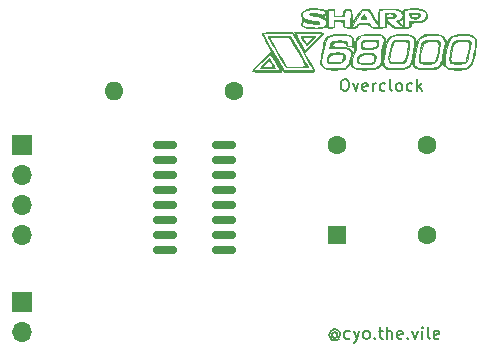
<source format=gbr>
%TF.GenerationSoftware,KiCad,Pcbnew,8.0.3*%
%TF.CreationDate,2024-12-07T17:37:54-06:00*%
%TF.ProjectId,XVI Overclock,58564920-4f76-4657-9263-6c6f636b2e6b,rev?*%
%TF.SameCoordinates,Original*%
%TF.FileFunction,Soldermask,Top*%
%TF.FilePolarity,Negative*%
%FSLAX46Y46*%
G04 Gerber Fmt 4.6, Leading zero omitted, Abs format (unit mm)*
G04 Created by KiCad (PCBNEW 8.0.3) date 2024-12-07 17:37:54*
%MOMM*%
%LPD*%
G01*
G04 APERTURE LIST*
G04 Aperture macros list*
%AMRoundRect*
0 Rectangle with rounded corners*
0 $1 Rounding radius*
0 $2 $3 $4 $5 $6 $7 $8 $9 X,Y pos of 4 corners*
0 Add a 4 corners polygon primitive as box body*
4,1,4,$2,$3,$4,$5,$6,$7,$8,$9,$2,$3,0*
0 Add four circle primitives for the rounded corners*
1,1,$1+$1,$2,$3*
1,1,$1+$1,$4,$5*
1,1,$1+$1,$6,$7*
1,1,$1+$1,$8,$9*
0 Add four rect primitives between the rounded corners*
20,1,$1+$1,$2,$3,$4,$5,0*
20,1,$1+$1,$4,$5,$6,$7,0*
20,1,$1+$1,$6,$7,$8,$9,0*
20,1,$1+$1,$8,$9,$2,$3,0*%
G04 Aperture macros list end*
%ADD10C,0.150000*%
%ADD11C,0.010000*%
%ADD12RoundRect,0.150000X-0.850000X-0.150000X0.850000X-0.150000X0.850000X0.150000X-0.850000X0.150000X0*%
%ADD13C,1.600000*%
%ADD14R,1.600000X1.600000*%
%ADD15O,1.700000X1.700000*%
%ADD16R,1.700000X1.700000*%
%ADD17O,1.600000X1.600000*%
G04 APERTURE END LIST*
D10*
X161252255Y-93519819D02*
X161442731Y-93519819D01*
X161442731Y-93519819D02*
X161537969Y-93567438D01*
X161537969Y-93567438D02*
X161633207Y-93662676D01*
X161633207Y-93662676D02*
X161680826Y-93853152D01*
X161680826Y-93853152D02*
X161680826Y-94186485D01*
X161680826Y-94186485D02*
X161633207Y-94376961D01*
X161633207Y-94376961D02*
X161537969Y-94472200D01*
X161537969Y-94472200D02*
X161442731Y-94519819D01*
X161442731Y-94519819D02*
X161252255Y-94519819D01*
X161252255Y-94519819D02*
X161157017Y-94472200D01*
X161157017Y-94472200D02*
X161061779Y-94376961D01*
X161061779Y-94376961D02*
X161014160Y-94186485D01*
X161014160Y-94186485D02*
X161014160Y-93853152D01*
X161014160Y-93853152D02*
X161061779Y-93662676D01*
X161061779Y-93662676D02*
X161157017Y-93567438D01*
X161157017Y-93567438D02*
X161252255Y-93519819D01*
X162014160Y-93853152D02*
X162252255Y-94519819D01*
X162252255Y-94519819D02*
X162490350Y-93853152D01*
X163252255Y-94472200D02*
X163157017Y-94519819D01*
X163157017Y-94519819D02*
X162966541Y-94519819D01*
X162966541Y-94519819D02*
X162871303Y-94472200D01*
X162871303Y-94472200D02*
X162823684Y-94376961D01*
X162823684Y-94376961D02*
X162823684Y-93996009D01*
X162823684Y-93996009D02*
X162871303Y-93900771D01*
X162871303Y-93900771D02*
X162966541Y-93853152D01*
X162966541Y-93853152D02*
X163157017Y-93853152D01*
X163157017Y-93853152D02*
X163252255Y-93900771D01*
X163252255Y-93900771D02*
X163299874Y-93996009D01*
X163299874Y-93996009D02*
X163299874Y-94091247D01*
X163299874Y-94091247D02*
X162823684Y-94186485D01*
X163728446Y-94519819D02*
X163728446Y-93853152D01*
X163728446Y-94043628D02*
X163776065Y-93948390D01*
X163776065Y-93948390D02*
X163823684Y-93900771D01*
X163823684Y-93900771D02*
X163918922Y-93853152D01*
X163918922Y-93853152D02*
X164014160Y-93853152D01*
X164776065Y-94472200D02*
X164680827Y-94519819D01*
X164680827Y-94519819D02*
X164490351Y-94519819D01*
X164490351Y-94519819D02*
X164395113Y-94472200D01*
X164395113Y-94472200D02*
X164347494Y-94424580D01*
X164347494Y-94424580D02*
X164299875Y-94329342D01*
X164299875Y-94329342D02*
X164299875Y-94043628D01*
X164299875Y-94043628D02*
X164347494Y-93948390D01*
X164347494Y-93948390D02*
X164395113Y-93900771D01*
X164395113Y-93900771D02*
X164490351Y-93853152D01*
X164490351Y-93853152D02*
X164680827Y-93853152D01*
X164680827Y-93853152D02*
X164776065Y-93900771D01*
X165347494Y-94519819D02*
X165252256Y-94472200D01*
X165252256Y-94472200D02*
X165204637Y-94376961D01*
X165204637Y-94376961D02*
X165204637Y-93519819D01*
X165871304Y-94519819D02*
X165776066Y-94472200D01*
X165776066Y-94472200D02*
X165728447Y-94424580D01*
X165728447Y-94424580D02*
X165680828Y-94329342D01*
X165680828Y-94329342D02*
X165680828Y-94043628D01*
X165680828Y-94043628D02*
X165728447Y-93948390D01*
X165728447Y-93948390D02*
X165776066Y-93900771D01*
X165776066Y-93900771D02*
X165871304Y-93853152D01*
X165871304Y-93853152D02*
X166014161Y-93853152D01*
X166014161Y-93853152D02*
X166109399Y-93900771D01*
X166109399Y-93900771D02*
X166157018Y-93948390D01*
X166157018Y-93948390D02*
X166204637Y-94043628D01*
X166204637Y-94043628D02*
X166204637Y-94329342D01*
X166204637Y-94329342D02*
X166157018Y-94424580D01*
X166157018Y-94424580D02*
X166109399Y-94472200D01*
X166109399Y-94472200D02*
X166014161Y-94519819D01*
X166014161Y-94519819D02*
X165871304Y-94519819D01*
X167061780Y-94472200D02*
X166966542Y-94519819D01*
X166966542Y-94519819D02*
X166776066Y-94519819D01*
X166776066Y-94519819D02*
X166680828Y-94472200D01*
X166680828Y-94472200D02*
X166633209Y-94424580D01*
X166633209Y-94424580D02*
X166585590Y-94329342D01*
X166585590Y-94329342D02*
X166585590Y-94043628D01*
X166585590Y-94043628D02*
X166633209Y-93948390D01*
X166633209Y-93948390D02*
X166680828Y-93900771D01*
X166680828Y-93900771D02*
X166776066Y-93853152D01*
X166776066Y-93853152D02*
X166966542Y-93853152D01*
X166966542Y-93853152D02*
X167061780Y-93900771D01*
X167490352Y-94519819D02*
X167490352Y-93519819D01*
X167585590Y-94138866D02*
X167871304Y-94519819D01*
X167871304Y-93853152D02*
X167490352Y-94234104D01*
X160674999Y-115028628D02*
X160627380Y-114981009D01*
X160627380Y-114981009D02*
X160532142Y-114933390D01*
X160532142Y-114933390D02*
X160436904Y-114933390D01*
X160436904Y-114933390D02*
X160341666Y-114981009D01*
X160341666Y-114981009D02*
X160294047Y-115028628D01*
X160294047Y-115028628D02*
X160246428Y-115123866D01*
X160246428Y-115123866D02*
X160246428Y-115219104D01*
X160246428Y-115219104D02*
X160294047Y-115314342D01*
X160294047Y-115314342D02*
X160341666Y-115361961D01*
X160341666Y-115361961D02*
X160436904Y-115409580D01*
X160436904Y-115409580D02*
X160532142Y-115409580D01*
X160532142Y-115409580D02*
X160627380Y-115361961D01*
X160627380Y-115361961D02*
X160674999Y-115314342D01*
X160674999Y-114933390D02*
X160674999Y-115314342D01*
X160674999Y-115314342D02*
X160722618Y-115361961D01*
X160722618Y-115361961D02*
X160770237Y-115361961D01*
X160770237Y-115361961D02*
X160865476Y-115314342D01*
X160865476Y-115314342D02*
X160913095Y-115219104D01*
X160913095Y-115219104D02*
X160913095Y-114981009D01*
X160913095Y-114981009D02*
X160817857Y-114838152D01*
X160817857Y-114838152D02*
X160674999Y-114742914D01*
X160674999Y-114742914D02*
X160484523Y-114695295D01*
X160484523Y-114695295D02*
X160294047Y-114742914D01*
X160294047Y-114742914D02*
X160151190Y-114838152D01*
X160151190Y-114838152D02*
X160055952Y-114981009D01*
X160055952Y-114981009D02*
X160008333Y-115171485D01*
X160008333Y-115171485D02*
X160055952Y-115361961D01*
X160055952Y-115361961D02*
X160151190Y-115504819D01*
X160151190Y-115504819D02*
X160294047Y-115600057D01*
X160294047Y-115600057D02*
X160484523Y-115647676D01*
X160484523Y-115647676D02*
X160674999Y-115600057D01*
X160674999Y-115600057D02*
X160817857Y-115504819D01*
X161770237Y-115457200D02*
X161674999Y-115504819D01*
X161674999Y-115504819D02*
X161484523Y-115504819D01*
X161484523Y-115504819D02*
X161389285Y-115457200D01*
X161389285Y-115457200D02*
X161341666Y-115409580D01*
X161341666Y-115409580D02*
X161294047Y-115314342D01*
X161294047Y-115314342D02*
X161294047Y-115028628D01*
X161294047Y-115028628D02*
X161341666Y-114933390D01*
X161341666Y-114933390D02*
X161389285Y-114885771D01*
X161389285Y-114885771D02*
X161484523Y-114838152D01*
X161484523Y-114838152D02*
X161674999Y-114838152D01*
X161674999Y-114838152D02*
X161770237Y-114885771D01*
X162103571Y-114838152D02*
X162341666Y-115504819D01*
X162579761Y-114838152D02*
X162341666Y-115504819D01*
X162341666Y-115504819D02*
X162246428Y-115742914D01*
X162246428Y-115742914D02*
X162198809Y-115790533D01*
X162198809Y-115790533D02*
X162103571Y-115838152D01*
X163103571Y-115504819D02*
X163008333Y-115457200D01*
X163008333Y-115457200D02*
X162960714Y-115409580D01*
X162960714Y-115409580D02*
X162913095Y-115314342D01*
X162913095Y-115314342D02*
X162913095Y-115028628D01*
X162913095Y-115028628D02*
X162960714Y-114933390D01*
X162960714Y-114933390D02*
X163008333Y-114885771D01*
X163008333Y-114885771D02*
X163103571Y-114838152D01*
X163103571Y-114838152D02*
X163246428Y-114838152D01*
X163246428Y-114838152D02*
X163341666Y-114885771D01*
X163341666Y-114885771D02*
X163389285Y-114933390D01*
X163389285Y-114933390D02*
X163436904Y-115028628D01*
X163436904Y-115028628D02*
X163436904Y-115314342D01*
X163436904Y-115314342D02*
X163389285Y-115409580D01*
X163389285Y-115409580D02*
X163341666Y-115457200D01*
X163341666Y-115457200D02*
X163246428Y-115504819D01*
X163246428Y-115504819D02*
X163103571Y-115504819D01*
X163865476Y-115409580D02*
X163913095Y-115457200D01*
X163913095Y-115457200D02*
X163865476Y-115504819D01*
X163865476Y-115504819D02*
X163817857Y-115457200D01*
X163817857Y-115457200D02*
X163865476Y-115409580D01*
X163865476Y-115409580D02*
X163865476Y-115504819D01*
X164198809Y-114838152D02*
X164579761Y-114838152D01*
X164341666Y-114504819D02*
X164341666Y-115361961D01*
X164341666Y-115361961D02*
X164389285Y-115457200D01*
X164389285Y-115457200D02*
X164484523Y-115504819D01*
X164484523Y-115504819D02*
X164579761Y-115504819D01*
X164913095Y-115504819D02*
X164913095Y-114504819D01*
X165341666Y-115504819D02*
X165341666Y-114981009D01*
X165341666Y-114981009D02*
X165294047Y-114885771D01*
X165294047Y-114885771D02*
X165198809Y-114838152D01*
X165198809Y-114838152D02*
X165055952Y-114838152D01*
X165055952Y-114838152D02*
X164960714Y-114885771D01*
X164960714Y-114885771D02*
X164913095Y-114933390D01*
X166198809Y-115457200D02*
X166103571Y-115504819D01*
X166103571Y-115504819D02*
X165913095Y-115504819D01*
X165913095Y-115504819D02*
X165817857Y-115457200D01*
X165817857Y-115457200D02*
X165770238Y-115361961D01*
X165770238Y-115361961D02*
X165770238Y-114981009D01*
X165770238Y-114981009D02*
X165817857Y-114885771D01*
X165817857Y-114885771D02*
X165913095Y-114838152D01*
X165913095Y-114838152D02*
X166103571Y-114838152D01*
X166103571Y-114838152D02*
X166198809Y-114885771D01*
X166198809Y-114885771D02*
X166246428Y-114981009D01*
X166246428Y-114981009D02*
X166246428Y-115076247D01*
X166246428Y-115076247D02*
X165770238Y-115171485D01*
X166675000Y-115409580D02*
X166722619Y-115457200D01*
X166722619Y-115457200D02*
X166675000Y-115504819D01*
X166675000Y-115504819D02*
X166627381Y-115457200D01*
X166627381Y-115457200D02*
X166675000Y-115409580D01*
X166675000Y-115409580D02*
X166675000Y-115504819D01*
X167055952Y-114838152D02*
X167294047Y-115504819D01*
X167294047Y-115504819D02*
X167532142Y-114838152D01*
X167913095Y-115504819D02*
X167913095Y-114838152D01*
X167913095Y-114504819D02*
X167865476Y-114552438D01*
X167865476Y-114552438D02*
X167913095Y-114600057D01*
X167913095Y-114600057D02*
X167960714Y-114552438D01*
X167960714Y-114552438D02*
X167913095Y-114504819D01*
X167913095Y-114504819D02*
X167913095Y-114600057D01*
X168532142Y-115504819D02*
X168436904Y-115457200D01*
X168436904Y-115457200D02*
X168389285Y-115361961D01*
X168389285Y-115361961D02*
X168389285Y-114504819D01*
X169294047Y-115457200D02*
X169198809Y-115504819D01*
X169198809Y-115504819D02*
X169008333Y-115504819D01*
X169008333Y-115504819D02*
X168913095Y-115457200D01*
X168913095Y-115457200D02*
X168865476Y-115361961D01*
X168865476Y-115361961D02*
X168865476Y-114981009D01*
X168865476Y-114981009D02*
X168913095Y-114885771D01*
X168913095Y-114885771D02*
X169008333Y-114838152D01*
X169008333Y-114838152D02*
X169198809Y-114838152D01*
X169198809Y-114838152D02*
X169294047Y-114885771D01*
X169294047Y-114885771D02*
X169341666Y-114981009D01*
X169341666Y-114981009D02*
X169341666Y-115076247D01*
X169341666Y-115076247D02*
X168865476Y-115171485D01*
D11*
%TO.C,G\u002A\u002A\u002A*%
X157019690Y-89722859D02*
X157145974Y-89896218D01*
X157096862Y-89639307D01*
X157174026Y-89639307D01*
X157193364Y-89703015D01*
X157270449Y-89857182D01*
X157395633Y-90084623D01*
X157559266Y-90368155D01*
X157751702Y-90690594D01*
X157903615Y-90938717D01*
X157997032Y-91089684D01*
X159446286Y-89644750D01*
X158324812Y-89627372D01*
X157960796Y-89623336D01*
X157642755Y-89622861D01*
X157391624Y-89625730D01*
X157228334Y-89631724D01*
X157174026Y-89639307D01*
X157096862Y-89639307D01*
X157079694Y-89549500D01*
X158293597Y-89549500D01*
X158732083Y-89551272D01*
X159057486Y-89557219D01*
X159283684Y-89568284D01*
X159424553Y-89585414D01*
X159493970Y-89609551D01*
X159507500Y-89632128D01*
X159464267Y-89701791D01*
X159344385Y-89843562D01*
X159162575Y-90041342D01*
X158933561Y-90279034D01*
X158718945Y-90494337D01*
X157930391Y-91273919D01*
X158377001Y-92038571D01*
X158559281Y-92356848D01*
X158679275Y-92583332D01*
X158743540Y-92732955D01*
X158758634Y-92820646D01*
X158736930Y-92858140D01*
X158648649Y-92875343D01*
X158454671Y-92890443D01*
X158176292Y-92902529D01*
X157834809Y-92910687D01*
X157451519Y-92914005D01*
X157432477Y-92914027D01*
X156214704Y-92915000D01*
X156053135Y-92708625D01*
X155891565Y-92502250D01*
X155905657Y-92692750D01*
X155919750Y-92883250D01*
X154776750Y-92898948D01*
X154399523Y-92900859D01*
X154065201Y-92896358D01*
X153795574Y-92886218D01*
X153612433Y-92871213D01*
X153540809Y-92855066D01*
X153523271Y-92814707D01*
X153535154Y-92788000D01*
X153572415Y-92788000D01*
X154705251Y-92788000D01*
X155113060Y-92786810D01*
X155409805Y-92782314D01*
X155611410Y-92773122D01*
X155733798Y-92757845D01*
X155792890Y-92735093D01*
X155804610Y-92703476D01*
X155801378Y-92692338D01*
X155745376Y-92576135D01*
X155645457Y-92394841D01*
X155517410Y-92174422D01*
X155377026Y-91940845D01*
X155240093Y-91720077D01*
X155122399Y-91538084D01*
X155039736Y-91420834D01*
X155010087Y-91391000D01*
X154952039Y-91433720D01*
X154821370Y-91551587D01*
X154634468Y-91729158D01*
X154407722Y-91950992D01*
X154268750Y-92089500D01*
X153572415Y-92788000D01*
X153535154Y-92788000D01*
X153557476Y-92737833D01*
X153652536Y-92613108D01*
X153817562Y-92429197D01*
X154061667Y-92174763D01*
X154204181Y-92029743D01*
X154457718Y-91776926D01*
X154683283Y-91559299D01*
X154864823Y-91391772D01*
X154986286Y-91289257D01*
X155028539Y-91264000D01*
X155107135Y-91312195D01*
X155205381Y-91429153D01*
X155211725Y-91438625D01*
X155292076Y-91552399D01*
X155315757Y-91566016D01*
X155287931Y-91490251D01*
X155213762Y-91335879D01*
X155098410Y-91113672D01*
X154947041Y-90834406D01*
X154773755Y-90524611D01*
X154608523Y-90228763D01*
X154468431Y-89969459D01*
X154364499Y-89767767D01*
X154307747Y-89644760D01*
X154306962Y-89642049D01*
X154364000Y-89642049D01*
X154394588Y-89700781D01*
X154479651Y-89851674D01*
X154609133Y-90077509D01*
X154772980Y-90361061D01*
X154961138Y-90685109D01*
X155163552Y-91032431D01*
X155370168Y-91385804D01*
X155570931Y-91728005D01*
X155755787Y-92041814D01*
X155914681Y-92310006D01*
X156037559Y-92515361D01*
X156114366Y-92640655D01*
X156117210Y-92645125D01*
X156152589Y-92694223D01*
X156198975Y-92730552D01*
X156274235Y-92756033D01*
X156396237Y-92772589D01*
X156582851Y-92782141D01*
X156851945Y-92786613D01*
X157221387Y-92787926D01*
X157445213Y-92788000D01*
X157825859Y-92786322D01*
X158159020Y-92781646D01*
X158425434Y-92774508D01*
X158605838Y-92765443D01*
X158680969Y-92754989D01*
X158682000Y-92753580D01*
X158651257Y-92691947D01*
X158564423Y-92534916D01*
X158429588Y-92296678D01*
X158254845Y-91991426D01*
X158048283Y-91633351D01*
X157817994Y-91236642D01*
X157777125Y-91166480D01*
X156872250Y-89613798D01*
X155618125Y-89613399D01*
X155234676Y-89614674D01*
X154898578Y-89618462D01*
X154628961Y-89624328D01*
X154444954Y-89631833D01*
X154365685Y-89640540D01*
X154364000Y-89642049D01*
X154306962Y-89642049D01*
X154300500Y-89619736D01*
X154349921Y-89593266D01*
X154502257Y-89573339D01*
X154763614Y-89559626D01*
X155140098Y-89551794D01*
X155596953Y-89549500D01*
X156893407Y-89549500D01*
X157019690Y-89722859D01*
G36*
X157019690Y-89722859D02*
G01*
X157145974Y-89896218D01*
X157096862Y-89639307D01*
X157174026Y-89639307D01*
X157193364Y-89703015D01*
X157270449Y-89857182D01*
X157395633Y-90084623D01*
X157559266Y-90368155D01*
X157751702Y-90690594D01*
X157903615Y-90938717D01*
X157997032Y-91089684D01*
X159446286Y-89644750D01*
X158324812Y-89627372D01*
X157960796Y-89623336D01*
X157642755Y-89622861D01*
X157391624Y-89625730D01*
X157228334Y-89631724D01*
X157174026Y-89639307D01*
X157096862Y-89639307D01*
X157079694Y-89549500D01*
X158293597Y-89549500D01*
X158732083Y-89551272D01*
X159057486Y-89557219D01*
X159283684Y-89568284D01*
X159424553Y-89585414D01*
X159493970Y-89609551D01*
X159507500Y-89632128D01*
X159464267Y-89701791D01*
X159344385Y-89843562D01*
X159162575Y-90041342D01*
X158933561Y-90279034D01*
X158718945Y-90494337D01*
X157930391Y-91273919D01*
X158377001Y-92038571D01*
X158559281Y-92356848D01*
X158679275Y-92583332D01*
X158743540Y-92732955D01*
X158758634Y-92820646D01*
X158736930Y-92858140D01*
X158648649Y-92875343D01*
X158454671Y-92890443D01*
X158176292Y-92902529D01*
X157834809Y-92910687D01*
X157451519Y-92914005D01*
X157432477Y-92914027D01*
X156214704Y-92915000D01*
X156053135Y-92708625D01*
X155891565Y-92502250D01*
X155905657Y-92692750D01*
X155919750Y-92883250D01*
X154776750Y-92898948D01*
X154399523Y-92900859D01*
X154065201Y-92896358D01*
X153795574Y-92886218D01*
X153612433Y-92871213D01*
X153540809Y-92855066D01*
X153523271Y-92814707D01*
X153535154Y-92788000D01*
X153572415Y-92788000D01*
X154705251Y-92788000D01*
X155113060Y-92786810D01*
X155409805Y-92782314D01*
X155611410Y-92773122D01*
X155733798Y-92757845D01*
X155792890Y-92735093D01*
X155804610Y-92703476D01*
X155801378Y-92692338D01*
X155745376Y-92576135D01*
X155645457Y-92394841D01*
X155517410Y-92174422D01*
X155377026Y-91940845D01*
X155240093Y-91720077D01*
X155122399Y-91538084D01*
X155039736Y-91420834D01*
X155010087Y-91391000D01*
X154952039Y-91433720D01*
X154821370Y-91551587D01*
X154634468Y-91729158D01*
X154407722Y-91950992D01*
X154268750Y-92089500D01*
X153572415Y-92788000D01*
X153535154Y-92788000D01*
X153557476Y-92737833D01*
X153652536Y-92613108D01*
X153817562Y-92429197D01*
X154061667Y-92174763D01*
X154204181Y-92029743D01*
X154457718Y-91776926D01*
X154683283Y-91559299D01*
X154864823Y-91391772D01*
X154986286Y-91289257D01*
X155028539Y-91264000D01*
X155107135Y-91312195D01*
X155205381Y-91429153D01*
X155211725Y-91438625D01*
X155292076Y-91552399D01*
X155315757Y-91566016D01*
X155287931Y-91490251D01*
X155213762Y-91335879D01*
X155098410Y-91113672D01*
X154947041Y-90834406D01*
X154773755Y-90524611D01*
X154608523Y-90228763D01*
X154468431Y-89969459D01*
X154364499Y-89767767D01*
X154307747Y-89644760D01*
X154306962Y-89642049D01*
X154364000Y-89642049D01*
X154394588Y-89700781D01*
X154479651Y-89851674D01*
X154609133Y-90077509D01*
X154772980Y-90361061D01*
X154961138Y-90685109D01*
X155163552Y-91032431D01*
X155370168Y-91385804D01*
X155570931Y-91728005D01*
X155755787Y-92041814D01*
X155914681Y-92310006D01*
X156037559Y-92515361D01*
X156114366Y-92640655D01*
X156117210Y-92645125D01*
X156152589Y-92694223D01*
X156198975Y-92730552D01*
X156274235Y-92756033D01*
X156396237Y-92772589D01*
X156582851Y-92782141D01*
X156851945Y-92786613D01*
X157221387Y-92787926D01*
X157445213Y-92788000D01*
X157825859Y-92786322D01*
X158159020Y-92781646D01*
X158425434Y-92774508D01*
X158605838Y-92765443D01*
X158680969Y-92754989D01*
X158682000Y-92753580D01*
X158651257Y-92691947D01*
X158564423Y-92534916D01*
X158429588Y-92296678D01*
X158254845Y-91991426D01*
X158048283Y-91633351D01*
X157817994Y-91236642D01*
X157777125Y-91166480D01*
X156872250Y-89613798D01*
X155618125Y-89613399D01*
X155234676Y-89614674D01*
X154898578Y-89618462D01*
X154628961Y-89624328D01*
X154444954Y-89631833D01*
X154365685Y-89640540D01*
X154364000Y-89642049D01*
X154306962Y-89642049D01*
X154300500Y-89619736D01*
X154349921Y-89593266D01*
X154502257Y-89573339D01*
X154763614Y-89559626D01*
X155140098Y-89551794D01*
X155596953Y-89549500D01*
X156893407Y-89549500D01*
X157019690Y-89722859D01*
G37*
X163960594Y-89683153D02*
X164170077Y-89694975D01*
X164237102Y-89703845D01*
X164462069Y-89789952D01*
X164630950Y-89937215D01*
X164711727Y-90115434D01*
X164714500Y-90154140D01*
X164734249Y-90297028D01*
X164793586Y-90319323D01*
X164892645Y-90221035D01*
X164929132Y-90169516D01*
X165083455Y-89978283D01*
X165261796Y-89845860D01*
X165489552Y-89762927D01*
X165792122Y-89720164D01*
X166186218Y-89708250D01*
X166575568Y-89720234D01*
X166859183Y-89761736D01*
X167056549Y-89841080D01*
X167187150Y-89966588D01*
X167270471Y-90146585D01*
X167279037Y-90175087D01*
X167334971Y-90307793D01*
X167396082Y-90376295D01*
X167438389Y-90360561D01*
X167445000Y-90313709D01*
X167483788Y-90232568D01*
X167581654Y-90099282D01*
X167635447Y-90035511D01*
X167855981Y-89854515D01*
X168149558Y-89739843D01*
X168532682Y-89686435D01*
X168790744Y-89681380D01*
X169168823Y-89702002D01*
X169445222Y-89759396D01*
X169642242Y-89862806D01*
X169782183Y-90021476D01*
X169832358Y-90113123D01*
X169965466Y-90389846D01*
X170097847Y-90176048D01*
X170245989Y-89978849D01*
X170420743Y-89843626D01*
X170647691Y-89760334D01*
X170952418Y-89718925D01*
X171286750Y-89709159D01*
X171706862Y-89721694D01*
X172017151Y-89767488D01*
X172232684Y-89856765D01*
X172368532Y-89999747D01*
X172439762Y-90206657D01*
X172461445Y-90487718D01*
X172461500Y-90506095D01*
X172446368Y-90722076D01*
X172405919Y-91009930D01*
X172347567Y-91333362D01*
X172278729Y-91656077D01*
X172206821Y-91941779D01*
X172139257Y-92154173D01*
X172111997Y-92216649D01*
X171972058Y-92419331D01*
X171780998Y-92557047D01*
X171508263Y-92648481D01*
X171356699Y-92678489D01*
X171014085Y-92716385D01*
X170665414Y-92705553D01*
X170446223Y-92679015D01*
X170187485Y-92636617D01*
X170017954Y-92589931D01*
X169900349Y-92523248D01*
X169797393Y-92420856D01*
X169777270Y-92397097D01*
X169601193Y-92186185D01*
X169459721Y-92354110D01*
X169325641Y-92493301D01*
X169181260Y-92588523D01*
X168999363Y-92647668D01*
X168752734Y-92678624D01*
X168414160Y-92689284D01*
X168302250Y-92689707D01*
X167890673Y-92678864D01*
X167587053Y-92642857D01*
X167373950Y-92576639D01*
X167233924Y-92475160D01*
X167160067Y-92359093D01*
X167073391Y-92236568D01*
X166977097Y-92240672D01*
X166889484Y-92341502D01*
X166753248Y-92494653D01*
X166555690Y-92599766D01*
X166277948Y-92662692D01*
X165901159Y-92689279D01*
X165762250Y-92691054D01*
X165384443Y-92686074D01*
X165107771Y-92664828D01*
X164906789Y-92621352D01*
X164756050Y-92549684D01*
X164630109Y-92443863D01*
X164607990Y-92420599D01*
X164448804Y-92248835D01*
X164340898Y-92382094D01*
X164207653Y-92513937D01*
X164041322Y-92603885D01*
X163812476Y-92662264D01*
X163491691Y-92699400D01*
X163421723Y-92704639D01*
X162932980Y-92722880D01*
X162549364Y-92698750D01*
X162255395Y-92629665D01*
X162035595Y-92513039D01*
X161976265Y-92463274D01*
X161773819Y-92274161D01*
X161558246Y-92483103D01*
X161461096Y-92573735D01*
X161373758Y-92633926D01*
X161267678Y-92670545D01*
X161114300Y-92690464D01*
X160885069Y-92700553D01*
X160631461Y-92706094D01*
X160324440Y-92706765D01*
X160047751Y-92697637D01*
X159836154Y-92680410D01*
X159738801Y-92662488D01*
X159478460Y-92526750D01*
X159321264Y-92317273D01*
X159280249Y-92180427D01*
X159279603Y-92144716D01*
X159353233Y-92144716D01*
X159383245Y-92310315D01*
X159451274Y-92424545D01*
X159558835Y-92505294D01*
X159591394Y-92522015D01*
X159706417Y-92548079D01*
X159918599Y-92570129D01*
X160198112Y-92585899D01*
X160515127Y-92593122D01*
X160528306Y-92593202D01*
X160861926Y-92593571D01*
X161092866Y-92588030D01*
X161245426Y-92572957D01*
X161343905Y-92544726D01*
X161412604Y-92499715D01*
X161457503Y-92454625D01*
X161678921Y-92124667D01*
X161692871Y-92080655D01*
X161925608Y-92080655D01*
X161992874Y-92321617D01*
X162076363Y-92441636D01*
X162148254Y-92506780D01*
X162226450Y-92550696D01*
X162336184Y-92577553D01*
X162502687Y-92591522D01*
X162751193Y-92596773D01*
X163019387Y-92597500D01*
X163341250Y-92592300D01*
X163632808Y-92578149D01*
X163861636Y-92557221D01*
X163993903Y-92532187D01*
X164160906Y-92429762D01*
X164289626Y-92283423D01*
X164390732Y-92031668D01*
X164402798Y-91961879D01*
X164610926Y-91961879D01*
X164624627Y-92216714D01*
X164701032Y-92392643D01*
X164849330Y-92504046D01*
X165078709Y-92565300D01*
X165398359Y-92590784D01*
X165653164Y-92594957D01*
X166060565Y-92584572D01*
X166363107Y-92550623D01*
X166521350Y-92507553D01*
X166698566Y-92407134D01*
X166829625Y-92260487D01*
X166894355Y-92119503D01*
X167198739Y-92119503D01*
X167235420Y-92308156D01*
X167317591Y-92438717D01*
X167446965Y-92526909D01*
X167508500Y-92552450D01*
X167660217Y-92580094D01*
X167901097Y-92594028D01*
X168194165Y-92595349D01*
X168502448Y-92585149D01*
X168788975Y-92564524D01*
X169016771Y-92534566D01*
X169132411Y-92504394D01*
X169287586Y-92407000D01*
X169414743Y-92247313D01*
X169521374Y-92008879D01*
X169547710Y-91914996D01*
X169800791Y-91914996D01*
X169805952Y-92181953D01*
X169855871Y-92357179D01*
X169905625Y-92420622D01*
X169997145Y-92491571D01*
X170096274Y-92539444D01*
X170228327Y-92568078D01*
X170418622Y-92581308D01*
X170692477Y-92582970D01*
X170952327Y-92579217D01*
X171270575Y-92572392D01*
X171488878Y-92561585D01*
X171634274Y-92540847D01*
X171733803Y-92504229D01*
X171814503Y-92445780D01*
X171890127Y-92372854D01*
X171978823Y-92270174D01*
X172049247Y-92146690D01*
X172111516Y-91975347D01*
X172175744Y-91729091D01*
X172240424Y-91435995D01*
X172335014Y-90950332D01*
X172385331Y-90571358D01*
X172386656Y-90285075D01*
X172334268Y-90077489D01*
X172223449Y-89934602D01*
X172049478Y-89842419D01*
X171807635Y-89786944D01*
X171678805Y-89770590D01*
X171349105Y-89756342D01*
X171014333Y-89777586D01*
X170709330Y-89828923D01*
X170468934Y-89904955D01*
X170350349Y-89976413D01*
X170236900Y-90100843D01*
X170144790Y-90260061D01*
X170064501Y-90478553D01*
X169986515Y-90780804D01*
X169925265Y-91069926D01*
X169840518Y-91547317D01*
X169800791Y-91914996D01*
X169547710Y-91914996D01*
X169614967Y-91675245D01*
X169697069Y-91264000D01*
X169764531Y-90812775D01*
X169787109Y-90465667D01*
X169763534Y-90207519D01*
X169692540Y-90023173D01*
X169583468Y-89905139D01*
X169483702Y-89842989D01*
X169366350Y-89803731D01*
X169201142Y-89782572D01*
X168957803Y-89774717D01*
X168757968Y-89774411D01*
X168365019Y-89786560D01*
X168065058Y-89830008D01*
X167840323Y-89920755D01*
X167673049Y-90074806D01*
X167545475Y-90308161D01*
X167439836Y-90636824D01*
X167344494Y-91047770D01*
X167254989Y-91505032D01*
X167205833Y-91857035D01*
X167198739Y-92119503D01*
X166894355Y-92119503D01*
X166929926Y-92042031D01*
X167014868Y-91726184D01*
X167027774Y-91666276D01*
X167134118Y-91133035D01*
X167199887Y-90709591D01*
X167218962Y-90383502D01*
X167185223Y-90142329D01*
X167092550Y-89973631D01*
X166934823Y-89864968D01*
X166705923Y-89803899D01*
X166399729Y-89777983D01*
X166097007Y-89774194D01*
X165793934Y-89779540D01*
X165586914Y-89796124D01*
X165445149Y-89829050D01*
X165337842Y-89883424D01*
X165307181Y-89905117D01*
X165153128Y-90035847D01*
X165034100Y-90182704D01*
X164938813Y-90370395D01*
X164855980Y-90623627D01*
X164774315Y-90967107D01*
X164734884Y-91157976D01*
X164650741Y-91613759D01*
X164610926Y-91961879D01*
X164402798Y-91961879D01*
X164442080Y-91734680D01*
X164436209Y-91452682D01*
X164407651Y-91330758D01*
X164375066Y-91192339D01*
X164393731Y-91059856D01*
X164472691Y-90882471D01*
X164494952Y-90840069D01*
X164616918Y-90525022D01*
X164643858Y-90232931D01*
X164574825Y-89988914D01*
X164529565Y-89921659D01*
X164473709Y-89860467D01*
X164407380Y-89818676D01*
X164307170Y-89792596D01*
X164149669Y-89778541D01*
X163911468Y-89772822D01*
X163578105Y-89771750D01*
X162748081Y-89771750D01*
X162508915Y-90010984D01*
X162385190Y-90141370D01*
X162313472Y-90251361D01*
X162279271Y-90383020D01*
X162268096Y-90578412D01*
X162266606Y-90714348D01*
X162257956Y-90975610D01*
X162230907Y-91146552D01*
X162177337Y-91263437D01*
X162130789Y-91320887D01*
X161996611Y-91538167D01*
X161927535Y-91805465D01*
X161925608Y-92080655D01*
X161692871Y-92080655D01*
X161808636Y-91715446D01*
X161832179Y-91560459D01*
X161850290Y-91351176D01*
X161834985Y-91219289D01*
X161774851Y-91117116D01*
X161709263Y-91046990D01*
X161634054Y-90977769D01*
X161555497Y-90931391D01*
X161447703Y-90903291D01*
X161284783Y-90888905D01*
X161040849Y-90883669D01*
X160779176Y-90883000D01*
X160013080Y-90883000D01*
X160054824Y-90708375D01*
X160063112Y-90682553D01*
X160222324Y-90682553D01*
X160343150Y-90750803D01*
X160587120Y-90795421D01*
X160954980Y-90816732D01*
X161134061Y-90818801D01*
X161400972Y-90827752D01*
X161580726Y-90859168D01*
X161712376Y-90921396D01*
X161753186Y-90951108D01*
X161868349Y-91066734D01*
X161920261Y-91168325D01*
X161920500Y-91173358D01*
X161955957Y-91255476D01*
X162040717Y-91238317D01*
X162097594Y-91184625D01*
X162135238Y-91067444D01*
X162129717Y-90930625D01*
X162098670Y-90825721D01*
X162033890Y-90774186D01*
X161898540Y-90757301D01*
X161786097Y-90756000D01*
X161596305Y-90747969D01*
X161502974Y-90716520D01*
X161476173Y-90650622D01*
X161476000Y-90641700D01*
X161443913Y-90508539D01*
X161336040Y-90425255D01*
X161134958Y-90383695D01*
X160905929Y-90375000D01*
X160584335Y-90395673D01*
X160374946Y-90456841D01*
X160347129Y-90473850D01*
X160223899Y-90590344D01*
X160222324Y-90682553D01*
X160063112Y-90682553D01*
X160118738Y-90509252D01*
X160213288Y-90376193D01*
X160362150Y-90296743D01*
X160589003Y-90258445D01*
X160917522Y-90248844D01*
X160928312Y-90248867D01*
X161217034Y-90258459D01*
X161400706Y-90291388D01*
X161500469Y-90356666D01*
X161537463Y-90463304D01*
X161539500Y-90509406D01*
X161552397Y-90631935D01*
X161616509Y-90682641D01*
X161764918Y-90692500D01*
X161990337Y-90692500D01*
X161971293Y-90327931D01*
X161954252Y-90116749D01*
X161919120Y-89993201D01*
X161847870Y-89917920D01*
X161761750Y-89870362D01*
X161537325Y-89801263D01*
X161229506Y-89760514D01*
X160879167Y-89750273D01*
X160527184Y-89772699D01*
X160364750Y-89796583D01*
X160137179Y-89847489D01*
X159962147Y-89918765D01*
X159828013Y-90028280D01*
X159723139Y-90193905D01*
X159635885Y-90433509D01*
X159554612Y-90764962D01*
X159476155Y-91160852D01*
X159401202Y-91587872D01*
X159359724Y-91909864D01*
X159353233Y-92144716D01*
X159279603Y-92144716D01*
X159277577Y-92032925D01*
X159300214Y-91793481D01*
X159342607Y-91492010D01*
X159399206Y-91158424D01*
X159464457Y-90822637D01*
X159532811Y-90514563D01*
X159598714Y-90264115D01*
X159656615Y-90101206D01*
X159671060Y-90074696D01*
X159792826Y-89929856D01*
X159954670Y-89827314D01*
X160177771Y-89760886D01*
X160483312Y-89724391D01*
X160892472Y-89711644D01*
X160915150Y-89711523D01*
X161308404Y-89718702D01*
X161596332Y-89749825D01*
X161799651Y-89813275D01*
X161939077Y-89917433D01*
X162035329Y-90070680D01*
X162078457Y-90182145D01*
X162150135Y-90395032D01*
X162284418Y-90167440D01*
X162416885Y-89976173D01*
X162567057Y-89844319D01*
X162762221Y-89760014D01*
X163029663Y-89711397D01*
X163389888Y-89686876D01*
X163686640Y-89680175D01*
X163960594Y-89683153D01*
G36*
X163960594Y-89683153D02*
G01*
X164170077Y-89694975D01*
X164237102Y-89703845D01*
X164462069Y-89789952D01*
X164630950Y-89937215D01*
X164711727Y-90115434D01*
X164714500Y-90154140D01*
X164734249Y-90297028D01*
X164793586Y-90319323D01*
X164892645Y-90221035D01*
X164929132Y-90169516D01*
X165083455Y-89978283D01*
X165261796Y-89845860D01*
X165489552Y-89762927D01*
X165792122Y-89720164D01*
X166186218Y-89708250D01*
X166575568Y-89720234D01*
X166859183Y-89761736D01*
X167056549Y-89841080D01*
X167187150Y-89966588D01*
X167270471Y-90146585D01*
X167279037Y-90175087D01*
X167334971Y-90307793D01*
X167396082Y-90376295D01*
X167438389Y-90360561D01*
X167445000Y-90313709D01*
X167483788Y-90232568D01*
X167581654Y-90099282D01*
X167635447Y-90035511D01*
X167855981Y-89854515D01*
X168149558Y-89739843D01*
X168532682Y-89686435D01*
X168790744Y-89681380D01*
X169168823Y-89702002D01*
X169445222Y-89759396D01*
X169642242Y-89862806D01*
X169782183Y-90021476D01*
X169832358Y-90113123D01*
X169965466Y-90389846D01*
X170097847Y-90176048D01*
X170245989Y-89978849D01*
X170420743Y-89843626D01*
X170647691Y-89760334D01*
X170952418Y-89718925D01*
X171286750Y-89709159D01*
X171706862Y-89721694D01*
X172017151Y-89767488D01*
X172232684Y-89856765D01*
X172368532Y-89999747D01*
X172439762Y-90206657D01*
X172461445Y-90487718D01*
X172461500Y-90506095D01*
X172446368Y-90722076D01*
X172405919Y-91009930D01*
X172347567Y-91333362D01*
X172278729Y-91656077D01*
X172206821Y-91941779D01*
X172139257Y-92154173D01*
X172111997Y-92216649D01*
X171972058Y-92419331D01*
X171780998Y-92557047D01*
X171508263Y-92648481D01*
X171356699Y-92678489D01*
X171014085Y-92716385D01*
X170665414Y-92705553D01*
X170446223Y-92679015D01*
X170187485Y-92636617D01*
X170017954Y-92589931D01*
X169900349Y-92523248D01*
X169797393Y-92420856D01*
X169777270Y-92397097D01*
X169601193Y-92186185D01*
X169459721Y-92354110D01*
X169325641Y-92493301D01*
X169181260Y-92588523D01*
X168999363Y-92647668D01*
X168752734Y-92678624D01*
X168414160Y-92689284D01*
X168302250Y-92689707D01*
X167890673Y-92678864D01*
X167587053Y-92642857D01*
X167373950Y-92576639D01*
X167233924Y-92475160D01*
X167160067Y-92359093D01*
X167073391Y-92236568D01*
X166977097Y-92240672D01*
X166889484Y-92341502D01*
X166753248Y-92494653D01*
X166555690Y-92599766D01*
X166277948Y-92662692D01*
X165901159Y-92689279D01*
X165762250Y-92691054D01*
X165384443Y-92686074D01*
X165107771Y-92664828D01*
X164906789Y-92621352D01*
X164756050Y-92549684D01*
X164630109Y-92443863D01*
X164607990Y-92420599D01*
X164448804Y-92248835D01*
X164340898Y-92382094D01*
X164207653Y-92513937D01*
X164041322Y-92603885D01*
X163812476Y-92662264D01*
X163491691Y-92699400D01*
X163421723Y-92704639D01*
X162932980Y-92722880D01*
X162549364Y-92698750D01*
X162255395Y-92629665D01*
X162035595Y-92513039D01*
X161976265Y-92463274D01*
X161773819Y-92274161D01*
X161558246Y-92483103D01*
X161461096Y-92573735D01*
X161373758Y-92633926D01*
X161267678Y-92670545D01*
X161114300Y-92690464D01*
X160885069Y-92700553D01*
X160631461Y-92706094D01*
X160324440Y-92706765D01*
X160047751Y-92697637D01*
X159836154Y-92680410D01*
X159738801Y-92662488D01*
X159478460Y-92526750D01*
X159321264Y-92317273D01*
X159280249Y-92180427D01*
X159279603Y-92144716D01*
X159353233Y-92144716D01*
X159383245Y-92310315D01*
X159451274Y-92424545D01*
X159558835Y-92505294D01*
X159591394Y-92522015D01*
X159706417Y-92548079D01*
X159918599Y-92570129D01*
X160198112Y-92585899D01*
X160515127Y-92593122D01*
X160528306Y-92593202D01*
X160861926Y-92593571D01*
X161092866Y-92588030D01*
X161245426Y-92572957D01*
X161343905Y-92544726D01*
X161412604Y-92499715D01*
X161457503Y-92454625D01*
X161678921Y-92124667D01*
X161692871Y-92080655D01*
X161925608Y-92080655D01*
X161992874Y-92321617D01*
X162076363Y-92441636D01*
X162148254Y-92506780D01*
X162226450Y-92550696D01*
X162336184Y-92577553D01*
X162502687Y-92591522D01*
X162751193Y-92596773D01*
X163019387Y-92597500D01*
X163341250Y-92592300D01*
X163632808Y-92578149D01*
X163861636Y-92557221D01*
X163993903Y-92532187D01*
X164160906Y-92429762D01*
X164289626Y-92283423D01*
X164390732Y-92031668D01*
X164402798Y-91961879D01*
X164610926Y-91961879D01*
X164624627Y-92216714D01*
X164701032Y-92392643D01*
X164849330Y-92504046D01*
X165078709Y-92565300D01*
X165398359Y-92590784D01*
X165653164Y-92594957D01*
X166060565Y-92584572D01*
X166363107Y-92550623D01*
X166521350Y-92507553D01*
X166698566Y-92407134D01*
X166829625Y-92260487D01*
X166894355Y-92119503D01*
X167198739Y-92119503D01*
X167235420Y-92308156D01*
X167317591Y-92438717D01*
X167446965Y-92526909D01*
X167508500Y-92552450D01*
X167660217Y-92580094D01*
X167901097Y-92594028D01*
X168194165Y-92595349D01*
X168502448Y-92585149D01*
X168788975Y-92564524D01*
X169016771Y-92534566D01*
X169132411Y-92504394D01*
X169287586Y-92407000D01*
X169414743Y-92247313D01*
X169521374Y-92008879D01*
X169547710Y-91914996D01*
X169800791Y-91914996D01*
X169805952Y-92181953D01*
X169855871Y-92357179D01*
X169905625Y-92420622D01*
X169997145Y-92491571D01*
X170096274Y-92539444D01*
X170228327Y-92568078D01*
X170418622Y-92581308D01*
X170692477Y-92582970D01*
X170952327Y-92579217D01*
X171270575Y-92572392D01*
X171488878Y-92561585D01*
X171634274Y-92540847D01*
X171733803Y-92504229D01*
X171814503Y-92445780D01*
X171890127Y-92372854D01*
X171978823Y-92270174D01*
X172049247Y-92146690D01*
X172111516Y-91975347D01*
X172175744Y-91729091D01*
X172240424Y-91435995D01*
X172335014Y-90950332D01*
X172385331Y-90571358D01*
X172386656Y-90285075D01*
X172334268Y-90077489D01*
X172223449Y-89934602D01*
X172049478Y-89842419D01*
X171807635Y-89786944D01*
X171678805Y-89770590D01*
X171349105Y-89756342D01*
X171014333Y-89777586D01*
X170709330Y-89828923D01*
X170468934Y-89904955D01*
X170350349Y-89976413D01*
X170236900Y-90100843D01*
X170144790Y-90260061D01*
X170064501Y-90478553D01*
X169986515Y-90780804D01*
X169925265Y-91069926D01*
X169840518Y-91547317D01*
X169800791Y-91914996D01*
X169547710Y-91914996D01*
X169614967Y-91675245D01*
X169697069Y-91264000D01*
X169764531Y-90812775D01*
X169787109Y-90465667D01*
X169763534Y-90207519D01*
X169692540Y-90023173D01*
X169583468Y-89905139D01*
X169483702Y-89842989D01*
X169366350Y-89803731D01*
X169201142Y-89782572D01*
X168957803Y-89774717D01*
X168757968Y-89774411D01*
X168365019Y-89786560D01*
X168065058Y-89830008D01*
X167840323Y-89920755D01*
X167673049Y-90074806D01*
X167545475Y-90308161D01*
X167439836Y-90636824D01*
X167344494Y-91047770D01*
X167254989Y-91505032D01*
X167205833Y-91857035D01*
X167198739Y-92119503D01*
X166894355Y-92119503D01*
X166929926Y-92042031D01*
X167014868Y-91726184D01*
X167027774Y-91666276D01*
X167134118Y-91133035D01*
X167199887Y-90709591D01*
X167218962Y-90383502D01*
X167185223Y-90142329D01*
X167092550Y-89973631D01*
X166934823Y-89864968D01*
X166705923Y-89803899D01*
X166399729Y-89777983D01*
X166097007Y-89774194D01*
X165793934Y-89779540D01*
X165586914Y-89796124D01*
X165445149Y-89829050D01*
X165337842Y-89883424D01*
X165307181Y-89905117D01*
X165153128Y-90035847D01*
X165034100Y-90182704D01*
X164938813Y-90370395D01*
X164855980Y-90623627D01*
X164774315Y-90967107D01*
X164734884Y-91157976D01*
X164650741Y-91613759D01*
X164610926Y-91961879D01*
X164402798Y-91961879D01*
X164442080Y-91734680D01*
X164436209Y-91452682D01*
X164407651Y-91330758D01*
X164375066Y-91192339D01*
X164393731Y-91059856D01*
X164472691Y-90882471D01*
X164494952Y-90840069D01*
X164616918Y-90525022D01*
X164643858Y-90232931D01*
X164574825Y-89988914D01*
X164529565Y-89921659D01*
X164473709Y-89860467D01*
X164407380Y-89818676D01*
X164307170Y-89792596D01*
X164149669Y-89778541D01*
X163911468Y-89772822D01*
X163578105Y-89771750D01*
X162748081Y-89771750D01*
X162508915Y-90010984D01*
X162385190Y-90141370D01*
X162313472Y-90251361D01*
X162279271Y-90383020D01*
X162268096Y-90578412D01*
X162266606Y-90714348D01*
X162257956Y-90975610D01*
X162230907Y-91146552D01*
X162177337Y-91263437D01*
X162130789Y-91320887D01*
X161996611Y-91538167D01*
X161927535Y-91805465D01*
X161925608Y-92080655D01*
X161692871Y-92080655D01*
X161808636Y-91715446D01*
X161832179Y-91560459D01*
X161850290Y-91351176D01*
X161834985Y-91219289D01*
X161774851Y-91117116D01*
X161709263Y-91046990D01*
X161634054Y-90977769D01*
X161555497Y-90931391D01*
X161447703Y-90903291D01*
X161284783Y-90888905D01*
X161040849Y-90883669D01*
X160779176Y-90883000D01*
X160013080Y-90883000D01*
X160054824Y-90708375D01*
X160063112Y-90682553D01*
X160222324Y-90682553D01*
X160343150Y-90750803D01*
X160587120Y-90795421D01*
X160954980Y-90816732D01*
X161134061Y-90818801D01*
X161400972Y-90827752D01*
X161580726Y-90859168D01*
X161712376Y-90921396D01*
X161753186Y-90951108D01*
X161868349Y-91066734D01*
X161920261Y-91168325D01*
X161920500Y-91173358D01*
X161955957Y-91255476D01*
X162040717Y-91238317D01*
X162097594Y-91184625D01*
X162135238Y-91067444D01*
X162129717Y-90930625D01*
X162098670Y-90825721D01*
X162033890Y-90774186D01*
X161898540Y-90757301D01*
X161786097Y-90756000D01*
X161596305Y-90747969D01*
X161502974Y-90716520D01*
X161476173Y-90650622D01*
X161476000Y-90641700D01*
X161443913Y-90508539D01*
X161336040Y-90425255D01*
X161134958Y-90383695D01*
X160905929Y-90375000D01*
X160584335Y-90395673D01*
X160374946Y-90456841D01*
X160347129Y-90473850D01*
X160223899Y-90590344D01*
X160222324Y-90682553D01*
X160063112Y-90682553D01*
X160118738Y-90509252D01*
X160213288Y-90376193D01*
X160362150Y-90296743D01*
X160589003Y-90258445D01*
X160917522Y-90248844D01*
X160928312Y-90248867D01*
X161217034Y-90258459D01*
X161400706Y-90291388D01*
X161500469Y-90356666D01*
X161537463Y-90463304D01*
X161539500Y-90509406D01*
X161552397Y-90631935D01*
X161616509Y-90682641D01*
X161764918Y-90692500D01*
X161990337Y-90692500D01*
X161971293Y-90327931D01*
X161954252Y-90116749D01*
X161919120Y-89993201D01*
X161847870Y-89917920D01*
X161761750Y-89870362D01*
X161537325Y-89801263D01*
X161229506Y-89760514D01*
X160879167Y-89750273D01*
X160527184Y-89772699D01*
X160364750Y-89796583D01*
X160137179Y-89847489D01*
X159962147Y-89918765D01*
X159828013Y-90028280D01*
X159723139Y-90193905D01*
X159635885Y-90433509D01*
X159554612Y-90764962D01*
X159476155Y-91160852D01*
X159401202Y-91587872D01*
X159359724Y-91909864D01*
X159353233Y-92144716D01*
X159279603Y-92144716D01*
X159277577Y-92032925D01*
X159300214Y-91793481D01*
X159342607Y-91492010D01*
X159399206Y-91158424D01*
X159464457Y-90822637D01*
X159532811Y-90514563D01*
X159598714Y-90264115D01*
X159656615Y-90101206D01*
X159671060Y-90074696D01*
X159792826Y-89929856D01*
X159954670Y-89827314D01*
X160177771Y-89760886D01*
X160483312Y-89724391D01*
X160892472Y-89711644D01*
X160915150Y-89711523D01*
X161308404Y-89718702D01*
X161596332Y-89749825D01*
X161799651Y-89813275D01*
X161939077Y-89917433D01*
X162035329Y-90070680D01*
X162078457Y-90182145D01*
X162150135Y-90395032D01*
X162284418Y-90167440D01*
X162416885Y-89976173D01*
X162567057Y-89844319D01*
X162762221Y-89760014D01*
X163029663Y-89711397D01*
X163389888Y-89686876D01*
X163686640Y-89680175D01*
X163960594Y-89683153D01*
G37*
X159208603Y-87561238D02*
X159391084Y-87598592D01*
X159629063Y-87647766D01*
X159777804Y-87648980D01*
X159787143Y-87644500D01*
X159888500Y-87644500D01*
X159888500Y-89105000D01*
X160396500Y-89105000D01*
X160396500Y-88533500D01*
X161285500Y-88533500D01*
X161285500Y-89105000D01*
X161781647Y-89105000D01*
X161784650Y-89064933D01*
X161920500Y-89064933D01*
X161975516Y-89093714D01*
X162100269Y-89105000D01*
X162272654Y-89057831D01*
X162365000Y-88946250D01*
X162416854Y-88866357D01*
X162487137Y-88818976D01*
X162606803Y-88795685D01*
X162806804Y-88788065D01*
X162948591Y-88787500D01*
X163200319Y-88790209D01*
X163355269Y-88803935D01*
X163443636Y-88837072D01*
X163495617Y-88898017D01*
X163519554Y-88946250D01*
X163581013Y-89043333D01*
X163676481Y-89090450D01*
X163847193Y-89104614D01*
X163904371Y-89105000D01*
X164216858Y-89105000D01*
X164270000Y-89105000D01*
X164778000Y-89105000D01*
X164778000Y-88120750D01*
X164841500Y-88120750D01*
X164856508Y-88225365D01*
X164925908Y-88269872D01*
X165079625Y-88278527D01*
X165260789Y-88263547D01*
X165394261Y-88228064D01*
X165406378Y-88221436D01*
X165481371Y-88132623D01*
X165447831Y-88048607D01*
X165323662Y-87986147D01*
X165129242Y-87962000D01*
X164952136Y-87968474D01*
X164867926Y-88000374D01*
X164842686Y-88076418D01*
X164841500Y-88120750D01*
X164778000Y-88120750D01*
X164778000Y-87898500D01*
X165099674Y-87898500D01*
X165387067Y-87921739D01*
X165579347Y-87988202D01*
X165664043Y-88093001D01*
X165667000Y-88120750D01*
X165608402Y-88231666D01*
X165447833Y-88308928D01*
X165208126Y-88342386D01*
X165166922Y-88343000D01*
X164994977Y-88359461D01*
X164882113Y-88400409D01*
X164868194Y-88414680D01*
X164889774Y-88491778D01*
X164994954Y-88625234D01*
X165166071Y-88792931D01*
X165353100Y-88953996D01*
X165492440Y-89046190D01*
X165627731Y-89088896D01*
X165802611Y-89101494D01*
X165862508Y-89102250D01*
X166216766Y-89105000D01*
X166365500Y-89105000D01*
X166587750Y-89105000D01*
X166732286Y-89096629D01*
X166794861Y-89046577D01*
X166809724Y-88917431D01*
X166810000Y-88862232D01*
X166810000Y-88619464D01*
X167302125Y-88623479D01*
X167694161Y-88602239D01*
X167977038Y-88528375D01*
X168159010Y-88397669D01*
X168248332Y-88205905D01*
X168258377Y-88134868D01*
X168256061Y-87966298D01*
X168191431Y-87859362D01*
X168077190Y-87779074D01*
X167766418Y-87653211D01*
X167361511Y-87598270D01*
X166856437Y-87613458D01*
X166835483Y-87615379D01*
X166365500Y-87659420D01*
X166365500Y-89105000D01*
X166216766Y-89105000D01*
X166231033Y-88752360D01*
X166245300Y-88399721D01*
X165843700Y-88607397D01*
X166021230Y-88792698D01*
X166116927Y-88906530D01*
X166145988Y-88971881D01*
X166135836Y-88978000D01*
X166058128Y-88935779D01*
X165931431Y-88828440D01*
X165857500Y-88755750D01*
X165734004Y-88623735D01*
X165693428Y-88557988D01*
X165728245Y-88535621D01*
X165784429Y-88533500D01*
X165931729Y-88486213D01*
X166085630Y-88371221D01*
X166202010Y-88228826D01*
X166238500Y-88118751D01*
X166196165Y-88009897D01*
X166091328Y-87870110D01*
X166060572Y-87837803D01*
X165848878Y-87696841D01*
X165549879Y-87615376D01*
X165153929Y-87591767D01*
X164748589Y-87614573D01*
X164270000Y-87659420D01*
X164270000Y-89105000D01*
X164216858Y-89105000D01*
X164072496Y-88866875D01*
X163837608Y-88478946D01*
X163658506Y-88185523D01*
X163523948Y-87973237D01*
X163422695Y-87828721D01*
X163343505Y-87738608D01*
X163275137Y-87689529D01*
X163206352Y-87668118D01*
X163125909Y-87661005D01*
X163055385Y-87657295D01*
X162765569Y-87638340D01*
X162343034Y-88331603D01*
X162183938Y-88595601D01*
X162052218Y-88819819D01*
X161960423Y-88982477D01*
X161921103Y-89061795D01*
X161920500Y-89064933D01*
X161784650Y-89064933D01*
X161826063Y-88512571D01*
X161849068Y-88174575D01*
X161854706Y-87942329D01*
X161837384Y-87795130D01*
X161791507Y-87712272D01*
X161711480Y-87673054D01*
X161594876Y-87657035D01*
X161430887Y-87668446D01*
X161335253Y-87750460D01*
X161292717Y-87923656D01*
X161286367Y-88073125D01*
X161277095Y-88147903D01*
X161232025Y-88190713D01*
X161123572Y-88210406D01*
X160924149Y-88215831D01*
X160841000Y-88216000D01*
X160396500Y-88216000D01*
X160396500Y-87644500D01*
X159888500Y-87644500D01*
X159787143Y-87644500D01*
X159811082Y-87633017D01*
X159906981Y-87600325D01*
X160076366Y-87589705D01*
X160149747Y-87592802D01*
X160428250Y-87612750D01*
X160467302Y-88152500D01*
X160765276Y-88151527D01*
X160999998Y-88138989D01*
X161137458Y-88090336D01*
X161206291Y-87986143D01*
X161232709Y-87834445D01*
X161252864Y-87699893D01*
X161303839Y-87632031D01*
X161421777Y-87603692D01*
X161553313Y-87593479D01*
X161705153Y-87588567D01*
X161807197Y-87610884D01*
X161870518Y-87681194D01*
X161906188Y-87820260D01*
X161925280Y-88048845D01*
X161936099Y-88311250D01*
X161952250Y-88755750D01*
X162197873Y-88374750D01*
X162393832Y-88069881D01*
X162535163Y-87854696D01*
X162638393Y-87713685D01*
X162720053Y-87631340D01*
X162796671Y-87592151D01*
X162884775Y-87580609D01*
X163000896Y-87581206D01*
X163043362Y-87581433D01*
X163372475Y-87581000D01*
X163697426Y-88118973D01*
X163840606Y-88350909D01*
X163962857Y-88539559D01*
X164047522Y-88659711D01*
X164073845Y-88688755D01*
X164100532Y-88645137D01*
X164127903Y-88501460D01*
X164151471Y-88284556D01*
X164159116Y-88178738D01*
X164178953Y-87928066D01*
X164202604Y-87728404D01*
X164216426Y-87659420D01*
X164225969Y-87611793D01*
X164233667Y-87596165D01*
X164309728Y-87579919D01*
X164486102Y-87566196D01*
X164736105Y-87556486D01*
X165018333Y-87552333D01*
X165369160Y-87555072D01*
X165621097Y-87568815D01*
X165802010Y-87596753D01*
X165939769Y-87642080D01*
X165983488Y-87662923D01*
X166131381Y-87731435D01*
X166213366Y-87737519D01*
X166273001Y-87683140D01*
X166278139Y-87676199D01*
X166303568Y-87659420D01*
X166367649Y-87617138D01*
X166547764Y-87573624D01*
X166835230Y-87541879D01*
X166892402Y-87537633D01*
X167371742Y-87531259D01*
X167762156Y-87583891D01*
X168056785Y-87692756D01*
X168248764Y-87855078D01*
X168331233Y-88068080D01*
X168334000Y-88120750D01*
X168275804Y-88347151D01*
X168107881Y-88525510D01*
X167840225Y-88650154D01*
X167482833Y-88715411D01*
X167270794Y-88724000D01*
X167073787Y-88730378D01*
X166973243Y-88756862D01*
X166938947Y-88814477D01*
X166937000Y-88845806D01*
X166929946Y-88981968D01*
X166894744Y-89073276D01*
X166810329Y-89128651D01*
X166655636Y-89157016D01*
X166409603Y-89167292D01*
X166175120Y-89168500D01*
X165490328Y-89168500D01*
X165181789Y-88912863D01*
X164873250Y-88657227D01*
X164841500Y-88896988D01*
X164809750Y-89136750D01*
X164210610Y-89155163D01*
X163928754Y-89161798D01*
X163743521Y-89156941D01*
X163624663Y-89134819D01*
X163541930Y-89089660D01*
X163465076Y-89015691D01*
X163461915Y-89012288D01*
X163360427Y-88921432D01*
X163242899Y-88872566D01*
X163067178Y-88853383D01*
X162909483Y-88851000D01*
X162683052Y-88856406D01*
X162545718Y-88880599D01*
X162459764Y-88935540D01*
X162400939Y-89012267D01*
X162341265Y-89091582D01*
X162270049Y-89138081D01*
X162156191Y-89158857D01*
X161968590Y-89161004D01*
X161774511Y-89155142D01*
X161253750Y-89136750D01*
X161232709Y-88915054D01*
X161200391Y-88746446D01*
X161124463Y-88650348D01*
X160976288Y-88607333D01*
X160765276Y-88597972D01*
X160467302Y-88597000D01*
X160428250Y-89136750D01*
X160149747Y-89156697D01*
X159965739Y-89155896D01*
X159834711Y-89130167D01*
X159809700Y-89115100D01*
X159701205Y-89093322D01*
X159534617Y-89142777D01*
X159335776Y-89192038D01*
X159053461Y-89220238D01*
X158729424Y-89227483D01*
X158405412Y-89213883D01*
X158123177Y-89179544D01*
X157959674Y-89138712D01*
X157752123Y-89053951D01*
X157650368Y-88970401D01*
X157640828Y-88892469D01*
X157693297Y-88892469D01*
X157694344Y-88964011D01*
X157818971Y-89027723D01*
X158039306Y-89082942D01*
X158324110Y-89124870D01*
X158642144Y-89148712D01*
X158913584Y-89151216D01*
X159208896Y-89138891D01*
X159406949Y-89115733D01*
X159537383Y-89076034D01*
X159629836Y-89014082D01*
X159631040Y-89012994D01*
X159736891Y-88842034D01*
X159738749Y-88644240D01*
X159640524Y-88459760D01*
X159571000Y-88396377D01*
X159432103Y-88328584D01*
X159211530Y-88258175D01*
X158953540Y-88198946D01*
X158915838Y-88192136D01*
X158772571Y-88162737D01*
X159398683Y-88162737D01*
X159420422Y-88195293D01*
X159507500Y-88247750D01*
X159660579Y-88324221D01*
X159736205Y-88319233D01*
X159760380Y-88224984D01*
X159761500Y-88171550D01*
X159749975Y-88058985D01*
X159707215Y-88056647D01*
X159685300Y-88076300D01*
X159560728Y-88141570D01*
X159478925Y-88154750D01*
X159398683Y-88162737D01*
X158772571Y-88162737D01*
X158648699Y-88137318D01*
X159154041Y-88137318D01*
X159216458Y-88147486D01*
X159298818Y-88135811D01*
X159299802Y-88114135D01*
X159214814Y-88098976D01*
X159178093Y-88109122D01*
X159154041Y-88137318D01*
X158648699Y-88137318D01*
X158605278Y-88128408D01*
X158409163Y-88066051D01*
X158330892Y-88007067D01*
X158330986Y-88006949D01*
X158578116Y-88006949D01*
X158584246Y-88021449D01*
X158670076Y-88066290D01*
X158826506Y-88088485D01*
X158855080Y-88089000D01*
X158996929Y-88083428D01*
X159058871Y-88069638D01*
X159057708Y-88065673D01*
X158983921Y-88040466D01*
X158833640Y-88006922D01*
X158786874Y-87998123D01*
X158625164Y-87980289D01*
X158578116Y-88006949D01*
X158330986Y-88006949D01*
X158373868Y-87953455D01*
X158460461Y-87924397D01*
X158622683Y-87913226D01*
X158858182Y-87930237D01*
X159118062Y-87968928D01*
X159353428Y-88022796D01*
X159455005Y-88056652D01*
X159556480Y-88041750D01*
X159642873Y-87952606D01*
X159680340Y-87839002D01*
X159653318Y-87764918D01*
X159538991Y-87709195D01*
X159335616Y-87659796D01*
X159081141Y-87621910D01*
X158813511Y-87600729D01*
X158570675Y-87601441D01*
X158501905Y-87607428D01*
X158154187Y-87676787D01*
X157900673Y-87788922D01*
X157750527Y-87936818D01*
X157712913Y-88113454D01*
X157733421Y-88195973D01*
X157831687Y-88341114D01*
X158010469Y-88439085D01*
X158291363Y-88501442D01*
X158308921Y-88503893D01*
X158699900Y-88567064D01*
X158980769Y-88634142D01*
X159145585Y-88703386D01*
X159190000Y-88762083D01*
X159133619Y-88819888D01*
X158981477Y-88842573D01*
X158759074Y-88832765D01*
X158491909Y-88793088D01*
X158205482Y-88726169D01*
X157925293Y-88634634D01*
X157918663Y-88632076D01*
X158210262Y-88632076D01*
X158269250Y-88660500D01*
X158421093Y-88698017D01*
X158612404Y-88713237D01*
X158618500Y-88713207D01*
X158755682Y-88709177D01*
X158775691Y-88695000D01*
X158688339Y-88662534D01*
X158682000Y-88660500D01*
X158494892Y-88621284D01*
X158332750Y-88607792D01*
X158213523Y-88611485D01*
X158210262Y-88632076D01*
X157918663Y-88632076D01*
X157915435Y-88630831D01*
X157814564Y-88648390D01*
X157738433Y-88761502D01*
X157693297Y-88892469D01*
X157640828Y-88892469D01*
X157636775Y-88859367D01*
X157690286Y-88700317D01*
X157747973Y-88537407D01*
X157745939Y-88421868D01*
X157682783Y-88288252D01*
X157681409Y-88285857D01*
X157619970Y-88074224D01*
X157681074Y-87879029D01*
X157860402Y-87710861D01*
X157933121Y-87669065D01*
X158178427Y-87586759D01*
X158502176Y-87539932D01*
X158860269Y-87530714D01*
X159208603Y-87561238D01*
G36*
X159208603Y-87561238D02*
G01*
X159391084Y-87598592D01*
X159629063Y-87647766D01*
X159777804Y-87648980D01*
X159787143Y-87644500D01*
X159888500Y-87644500D01*
X159888500Y-89105000D01*
X160396500Y-89105000D01*
X160396500Y-88533500D01*
X161285500Y-88533500D01*
X161285500Y-89105000D01*
X161781647Y-89105000D01*
X161784650Y-89064933D01*
X161920500Y-89064933D01*
X161975516Y-89093714D01*
X162100269Y-89105000D01*
X162272654Y-89057831D01*
X162365000Y-88946250D01*
X162416854Y-88866357D01*
X162487137Y-88818976D01*
X162606803Y-88795685D01*
X162806804Y-88788065D01*
X162948591Y-88787500D01*
X163200319Y-88790209D01*
X163355269Y-88803935D01*
X163443636Y-88837072D01*
X163495617Y-88898017D01*
X163519554Y-88946250D01*
X163581013Y-89043333D01*
X163676481Y-89090450D01*
X163847193Y-89104614D01*
X163904371Y-89105000D01*
X164216858Y-89105000D01*
X164270000Y-89105000D01*
X164778000Y-89105000D01*
X164778000Y-88120750D01*
X164841500Y-88120750D01*
X164856508Y-88225365D01*
X164925908Y-88269872D01*
X165079625Y-88278527D01*
X165260789Y-88263547D01*
X165394261Y-88228064D01*
X165406378Y-88221436D01*
X165481371Y-88132623D01*
X165447831Y-88048607D01*
X165323662Y-87986147D01*
X165129242Y-87962000D01*
X164952136Y-87968474D01*
X164867926Y-88000374D01*
X164842686Y-88076418D01*
X164841500Y-88120750D01*
X164778000Y-88120750D01*
X164778000Y-87898500D01*
X165099674Y-87898500D01*
X165387067Y-87921739D01*
X165579347Y-87988202D01*
X165664043Y-88093001D01*
X165667000Y-88120750D01*
X165608402Y-88231666D01*
X165447833Y-88308928D01*
X165208126Y-88342386D01*
X165166922Y-88343000D01*
X164994977Y-88359461D01*
X164882113Y-88400409D01*
X164868194Y-88414680D01*
X164889774Y-88491778D01*
X164994954Y-88625234D01*
X165166071Y-88792931D01*
X165353100Y-88953996D01*
X165492440Y-89046190D01*
X165627731Y-89088896D01*
X165802611Y-89101494D01*
X165862508Y-89102250D01*
X166216766Y-89105000D01*
X166365500Y-89105000D01*
X166587750Y-89105000D01*
X166732286Y-89096629D01*
X166794861Y-89046577D01*
X166809724Y-88917431D01*
X166810000Y-88862232D01*
X166810000Y-88619464D01*
X167302125Y-88623479D01*
X167694161Y-88602239D01*
X167977038Y-88528375D01*
X168159010Y-88397669D01*
X168248332Y-88205905D01*
X168258377Y-88134868D01*
X168256061Y-87966298D01*
X168191431Y-87859362D01*
X168077190Y-87779074D01*
X167766418Y-87653211D01*
X167361511Y-87598270D01*
X166856437Y-87613458D01*
X166835483Y-87615379D01*
X166365500Y-87659420D01*
X166365500Y-89105000D01*
X166216766Y-89105000D01*
X166231033Y-88752360D01*
X166245300Y-88399721D01*
X165843700Y-88607397D01*
X166021230Y-88792698D01*
X166116927Y-88906530D01*
X166145988Y-88971881D01*
X166135836Y-88978000D01*
X166058128Y-88935779D01*
X165931431Y-88828440D01*
X165857500Y-88755750D01*
X165734004Y-88623735D01*
X165693428Y-88557988D01*
X165728245Y-88535621D01*
X165784429Y-88533500D01*
X165931729Y-88486213D01*
X166085630Y-88371221D01*
X166202010Y-88228826D01*
X166238500Y-88118751D01*
X166196165Y-88009897D01*
X166091328Y-87870110D01*
X166060572Y-87837803D01*
X165848878Y-87696841D01*
X165549879Y-87615376D01*
X165153929Y-87591767D01*
X164748589Y-87614573D01*
X164270000Y-87659420D01*
X164270000Y-89105000D01*
X164216858Y-89105000D01*
X164072496Y-88866875D01*
X163837608Y-88478946D01*
X163658506Y-88185523D01*
X163523948Y-87973237D01*
X163422695Y-87828721D01*
X163343505Y-87738608D01*
X163275137Y-87689529D01*
X163206352Y-87668118D01*
X163125909Y-87661005D01*
X163055385Y-87657295D01*
X162765569Y-87638340D01*
X162343034Y-88331603D01*
X162183938Y-88595601D01*
X162052218Y-88819819D01*
X161960423Y-88982477D01*
X161921103Y-89061795D01*
X161920500Y-89064933D01*
X161784650Y-89064933D01*
X161826063Y-88512571D01*
X161849068Y-88174575D01*
X161854706Y-87942329D01*
X161837384Y-87795130D01*
X161791507Y-87712272D01*
X161711480Y-87673054D01*
X161594876Y-87657035D01*
X161430887Y-87668446D01*
X161335253Y-87750460D01*
X161292717Y-87923656D01*
X161286367Y-88073125D01*
X161277095Y-88147903D01*
X161232025Y-88190713D01*
X161123572Y-88210406D01*
X160924149Y-88215831D01*
X160841000Y-88216000D01*
X160396500Y-88216000D01*
X160396500Y-87644500D01*
X159888500Y-87644500D01*
X159787143Y-87644500D01*
X159811082Y-87633017D01*
X159906981Y-87600325D01*
X160076366Y-87589705D01*
X160149747Y-87592802D01*
X160428250Y-87612750D01*
X160467302Y-88152500D01*
X160765276Y-88151527D01*
X160999998Y-88138989D01*
X161137458Y-88090336D01*
X161206291Y-87986143D01*
X161232709Y-87834445D01*
X161252864Y-87699893D01*
X161303839Y-87632031D01*
X161421777Y-87603692D01*
X161553313Y-87593479D01*
X161705153Y-87588567D01*
X161807197Y-87610884D01*
X161870518Y-87681194D01*
X161906188Y-87820260D01*
X161925280Y-88048845D01*
X161936099Y-88311250D01*
X161952250Y-88755750D01*
X162197873Y-88374750D01*
X162393832Y-88069881D01*
X162535163Y-87854696D01*
X162638393Y-87713685D01*
X162720053Y-87631340D01*
X162796671Y-87592151D01*
X162884775Y-87580609D01*
X163000896Y-87581206D01*
X163043362Y-87581433D01*
X163372475Y-87581000D01*
X163697426Y-88118973D01*
X163840606Y-88350909D01*
X163962857Y-88539559D01*
X164047522Y-88659711D01*
X164073845Y-88688755D01*
X164100532Y-88645137D01*
X164127903Y-88501460D01*
X164151471Y-88284556D01*
X164159116Y-88178738D01*
X164178953Y-87928066D01*
X164202604Y-87728404D01*
X164216426Y-87659420D01*
X164225969Y-87611793D01*
X164233667Y-87596165D01*
X164309728Y-87579919D01*
X164486102Y-87566196D01*
X164736105Y-87556486D01*
X165018333Y-87552333D01*
X165369160Y-87555072D01*
X165621097Y-87568815D01*
X165802010Y-87596753D01*
X165939769Y-87642080D01*
X165983488Y-87662923D01*
X166131381Y-87731435D01*
X166213366Y-87737519D01*
X166273001Y-87683140D01*
X166278139Y-87676199D01*
X166303568Y-87659420D01*
X166367649Y-87617138D01*
X166547764Y-87573624D01*
X166835230Y-87541879D01*
X166892402Y-87537633D01*
X167371742Y-87531259D01*
X167762156Y-87583891D01*
X168056785Y-87692756D01*
X168248764Y-87855078D01*
X168331233Y-88068080D01*
X168334000Y-88120750D01*
X168275804Y-88347151D01*
X168107881Y-88525510D01*
X167840225Y-88650154D01*
X167482833Y-88715411D01*
X167270794Y-88724000D01*
X167073787Y-88730378D01*
X166973243Y-88756862D01*
X166938947Y-88814477D01*
X166937000Y-88845806D01*
X166929946Y-88981968D01*
X166894744Y-89073276D01*
X166810329Y-89128651D01*
X166655636Y-89157016D01*
X166409603Y-89167292D01*
X166175120Y-89168500D01*
X165490328Y-89168500D01*
X165181789Y-88912863D01*
X164873250Y-88657227D01*
X164841500Y-88896988D01*
X164809750Y-89136750D01*
X164210610Y-89155163D01*
X163928754Y-89161798D01*
X163743521Y-89156941D01*
X163624663Y-89134819D01*
X163541930Y-89089660D01*
X163465076Y-89015691D01*
X163461915Y-89012288D01*
X163360427Y-88921432D01*
X163242899Y-88872566D01*
X163067178Y-88853383D01*
X162909483Y-88851000D01*
X162683052Y-88856406D01*
X162545718Y-88880599D01*
X162459764Y-88935540D01*
X162400939Y-89012267D01*
X162341265Y-89091582D01*
X162270049Y-89138081D01*
X162156191Y-89158857D01*
X161968590Y-89161004D01*
X161774511Y-89155142D01*
X161253750Y-89136750D01*
X161232709Y-88915054D01*
X161200391Y-88746446D01*
X161124463Y-88650348D01*
X160976288Y-88607333D01*
X160765276Y-88597972D01*
X160467302Y-88597000D01*
X160428250Y-89136750D01*
X160149747Y-89156697D01*
X159965739Y-89155896D01*
X159834711Y-89130167D01*
X159809700Y-89115100D01*
X159701205Y-89093322D01*
X159534617Y-89142777D01*
X159335776Y-89192038D01*
X159053461Y-89220238D01*
X158729424Y-89227483D01*
X158405412Y-89213883D01*
X158123177Y-89179544D01*
X157959674Y-89138712D01*
X157752123Y-89053951D01*
X157650368Y-88970401D01*
X157640828Y-88892469D01*
X157693297Y-88892469D01*
X157694344Y-88964011D01*
X157818971Y-89027723D01*
X158039306Y-89082942D01*
X158324110Y-89124870D01*
X158642144Y-89148712D01*
X158913584Y-89151216D01*
X159208896Y-89138891D01*
X159406949Y-89115733D01*
X159537383Y-89076034D01*
X159629836Y-89014082D01*
X159631040Y-89012994D01*
X159736891Y-88842034D01*
X159738749Y-88644240D01*
X159640524Y-88459760D01*
X159571000Y-88396377D01*
X159432103Y-88328584D01*
X159211530Y-88258175D01*
X158953540Y-88198946D01*
X158915838Y-88192136D01*
X158772571Y-88162737D01*
X159398683Y-88162737D01*
X159420422Y-88195293D01*
X159507500Y-88247750D01*
X159660579Y-88324221D01*
X159736205Y-88319233D01*
X159760380Y-88224984D01*
X159761500Y-88171550D01*
X159749975Y-88058985D01*
X159707215Y-88056647D01*
X159685300Y-88076300D01*
X159560728Y-88141570D01*
X159478925Y-88154750D01*
X159398683Y-88162737D01*
X158772571Y-88162737D01*
X158648699Y-88137318D01*
X159154041Y-88137318D01*
X159216458Y-88147486D01*
X159298818Y-88135811D01*
X159299802Y-88114135D01*
X159214814Y-88098976D01*
X159178093Y-88109122D01*
X159154041Y-88137318D01*
X158648699Y-88137318D01*
X158605278Y-88128408D01*
X158409163Y-88066051D01*
X158330892Y-88007067D01*
X158330986Y-88006949D01*
X158578116Y-88006949D01*
X158584246Y-88021449D01*
X158670076Y-88066290D01*
X158826506Y-88088485D01*
X158855080Y-88089000D01*
X158996929Y-88083428D01*
X159058871Y-88069638D01*
X159057708Y-88065673D01*
X158983921Y-88040466D01*
X158833640Y-88006922D01*
X158786874Y-87998123D01*
X158625164Y-87980289D01*
X158578116Y-88006949D01*
X158330986Y-88006949D01*
X158373868Y-87953455D01*
X158460461Y-87924397D01*
X158622683Y-87913226D01*
X158858182Y-87930237D01*
X159118062Y-87968928D01*
X159353428Y-88022796D01*
X159455005Y-88056652D01*
X159556480Y-88041750D01*
X159642873Y-87952606D01*
X159680340Y-87839002D01*
X159653318Y-87764918D01*
X159538991Y-87709195D01*
X159335616Y-87659796D01*
X159081141Y-87621910D01*
X158813511Y-87600729D01*
X158570675Y-87601441D01*
X158501905Y-87607428D01*
X158154187Y-87676787D01*
X157900673Y-87788922D01*
X157750527Y-87936818D01*
X157712913Y-88113454D01*
X157733421Y-88195973D01*
X157831687Y-88341114D01*
X158010469Y-88439085D01*
X158291363Y-88501442D01*
X158308921Y-88503893D01*
X158699900Y-88567064D01*
X158980769Y-88634142D01*
X159145585Y-88703386D01*
X159190000Y-88762083D01*
X159133619Y-88819888D01*
X158981477Y-88842573D01*
X158759074Y-88832765D01*
X158491909Y-88793088D01*
X158205482Y-88726169D01*
X157925293Y-88634634D01*
X157918663Y-88632076D01*
X158210262Y-88632076D01*
X158269250Y-88660500D01*
X158421093Y-88698017D01*
X158612404Y-88713237D01*
X158618500Y-88713207D01*
X158755682Y-88709177D01*
X158775691Y-88695000D01*
X158688339Y-88662534D01*
X158682000Y-88660500D01*
X158494892Y-88621284D01*
X158332750Y-88607792D01*
X158213523Y-88611485D01*
X158210262Y-88632076D01*
X157918663Y-88632076D01*
X157915435Y-88630831D01*
X157814564Y-88648390D01*
X157738433Y-88761502D01*
X157693297Y-88892469D01*
X157640828Y-88892469D01*
X157636775Y-88859367D01*
X157690286Y-88700317D01*
X157747973Y-88537407D01*
X157745939Y-88421868D01*
X157682783Y-88288252D01*
X157681409Y-88285857D01*
X157619970Y-88074224D01*
X157681074Y-87879029D01*
X157860402Y-87710861D01*
X157933121Y-87669065D01*
X158178427Y-87586759D01*
X158502176Y-87539932D01*
X158860269Y-87530714D01*
X159208603Y-87561238D01*
G37*
X155109102Y-92035408D02*
X155233834Y-92224416D01*
X155338114Y-92393089D01*
X155372836Y-92454625D01*
X155447968Y-92597500D01*
X154810734Y-92597500D01*
X154543673Y-92592905D01*
X154331661Y-92580512D01*
X154201529Y-92562411D01*
X154173500Y-92547887D01*
X154215727Y-92483254D01*
X154221733Y-92476386D01*
X154399400Y-92476386D01*
X154425243Y-92512387D01*
X154524484Y-92529116D01*
X154720244Y-92533838D01*
X154806265Y-92534000D01*
X155039091Y-92525488D01*
X155196692Y-92502463D01*
X155253000Y-92469609D01*
X155220985Y-92378116D01*
X155143523Y-92239187D01*
X155048490Y-92095786D01*
X154963760Y-91990876D01*
X154924497Y-91963286D01*
X154840989Y-92004339D01*
X154710667Y-92106823D01*
X154570917Y-92237090D01*
X154459125Y-92361495D01*
X154423834Y-92413849D01*
X154399400Y-92476386D01*
X154221733Y-92476386D01*
X154328092Y-92354773D01*
X154489117Y-92186549D01*
X154547000Y-92128671D01*
X154920501Y-91759067D01*
X155109102Y-92035408D01*
G36*
X155109102Y-92035408D02*
G01*
X155233834Y-92224416D01*
X155338114Y-92393089D01*
X155372836Y-92454625D01*
X155447968Y-92597500D01*
X154810734Y-92597500D01*
X154543673Y-92592905D01*
X154331661Y-92580512D01*
X154201529Y-92562411D01*
X154173500Y-92547887D01*
X154215727Y-92483254D01*
X154221733Y-92476386D01*
X154399400Y-92476386D01*
X154425243Y-92512387D01*
X154524484Y-92529116D01*
X154720244Y-92533838D01*
X154806265Y-92534000D01*
X155039091Y-92525488D01*
X155196692Y-92502463D01*
X155253000Y-92469609D01*
X155220985Y-92378116D01*
X155143523Y-92239187D01*
X155048490Y-92095786D01*
X154963760Y-91990876D01*
X154924497Y-91963286D01*
X154840989Y-92004339D01*
X154710667Y-92106823D01*
X154570917Y-92237090D01*
X154459125Y-92361495D01*
X154423834Y-92413849D01*
X154399400Y-92476386D01*
X154221733Y-92476386D01*
X154328092Y-92354773D01*
X154489117Y-92186549D01*
X154547000Y-92128671D01*
X154920501Y-91759067D01*
X155109102Y-92035408D01*
G37*
X157348174Y-90994125D02*
X157555787Y-91348857D01*
X157748891Y-91678745D01*
X157915558Y-91963416D01*
X158043860Y-92182496D01*
X158121868Y-92315613D01*
X158128916Y-92327625D01*
X158250044Y-92534000D01*
X156336654Y-92534000D01*
X155975256Y-91914875D01*
X155785937Y-91591143D01*
X155564466Y-91213346D01*
X155343274Y-90836770D01*
X155211178Y-90612334D01*
X155058052Y-90350113D01*
X154931709Y-90129304D01*
X154844498Y-89971813D01*
X154824072Y-89930500D01*
X154924569Y-89930500D01*
X155163000Y-90359125D01*
X155283863Y-90572500D01*
X155450458Y-90861292D01*
X155643287Y-91191950D01*
X155842852Y-91530922D01*
X155901064Y-91629125D01*
X156400696Y-92470500D01*
X157188350Y-92470500D01*
X157491612Y-92466426D01*
X157746265Y-92455313D01*
X157926805Y-92438821D01*
X158007730Y-92418613D01*
X158009049Y-92417032D01*
X157994451Y-92341358D01*
X157926996Y-92185658D01*
X157819642Y-91978518D01*
X157771595Y-91893157D01*
X157631300Y-91649431D01*
X157451020Y-91336601D01*
X157254309Y-90995524D01*
X157070247Y-90676625D01*
X156639397Y-89930500D01*
X154924569Y-89930500D01*
X154824072Y-89930500D01*
X154808768Y-89899549D01*
X154808500Y-89897959D01*
X154868315Y-89887118D01*
X155033033Y-89877935D01*
X155280557Y-89871136D01*
X155588794Y-89867450D01*
X155748530Y-89867000D01*
X156688561Y-89867000D01*
X157348174Y-90994125D01*
G36*
X157348174Y-90994125D02*
G01*
X157555787Y-91348857D01*
X157748891Y-91678745D01*
X157915558Y-91963416D01*
X158043860Y-92182496D01*
X158121868Y-92315613D01*
X158128916Y-92327625D01*
X158250044Y-92534000D01*
X156336654Y-92534000D01*
X155975256Y-91914875D01*
X155785937Y-91591143D01*
X155564466Y-91213346D01*
X155343274Y-90836770D01*
X155211178Y-90612334D01*
X155058052Y-90350113D01*
X154931709Y-90129304D01*
X154844498Y-89971813D01*
X154824072Y-89930500D01*
X154924569Y-89930500D01*
X155163000Y-90359125D01*
X155283863Y-90572500D01*
X155450458Y-90861292D01*
X155643287Y-91191950D01*
X155842852Y-91530922D01*
X155901064Y-91629125D01*
X156400696Y-92470500D01*
X157188350Y-92470500D01*
X157491612Y-92466426D01*
X157746265Y-92455313D01*
X157926805Y-92438821D01*
X158007730Y-92418613D01*
X158009049Y-92417032D01*
X157994451Y-92341358D01*
X157926996Y-92185658D01*
X157819642Y-91978518D01*
X157771595Y-91893157D01*
X157631300Y-91649431D01*
X157451020Y-91336601D01*
X157254309Y-90995524D01*
X157070247Y-90676625D01*
X156639397Y-89930500D01*
X154924569Y-89930500D01*
X154824072Y-89930500D01*
X154808768Y-89899549D01*
X154808500Y-89897959D01*
X154868315Y-89887118D01*
X155033033Y-89877935D01*
X155280557Y-89871136D01*
X155588794Y-89867450D01*
X155748530Y-89867000D01*
X156688561Y-89867000D01*
X157348174Y-90994125D01*
G37*
X158733264Y-89840497D02*
X158829731Y-89848915D01*
X158836399Y-89852065D01*
X158812273Y-89909295D01*
X158720020Y-90027513D01*
X158584189Y-90180869D01*
X158429326Y-90343515D01*
X158279980Y-90489604D01*
X158160698Y-90593286D01*
X158098564Y-90629000D01*
X158042742Y-90579507D01*
X157942689Y-90449908D01*
X157823053Y-90272814D01*
X157710830Y-90090975D01*
X157638818Y-89962250D01*
X157731281Y-89962250D01*
X157892739Y-90232125D01*
X157995704Y-90387999D01*
X158078781Y-90485481D01*
X158106710Y-90502000D01*
X158174676Y-90458442D01*
X158295686Y-90345886D01*
X158403639Y-90232125D01*
X158648057Y-89962250D01*
X158411028Y-89942541D01*
X158179412Y-89934412D01*
X157953829Y-89942436D01*
X157952640Y-89942541D01*
X157731281Y-89962250D01*
X157638818Y-89962250D01*
X157635979Y-89957176D01*
X157614727Y-89900525D01*
X157691127Y-89884274D01*
X157858010Y-89868678D01*
X158080521Y-89855119D01*
X158323804Y-89844981D01*
X158553003Y-89839646D01*
X158733264Y-89840497D01*
G36*
X158733264Y-89840497D02*
G01*
X158829731Y-89848915D01*
X158836399Y-89852065D01*
X158812273Y-89909295D01*
X158720020Y-90027513D01*
X158584189Y-90180869D01*
X158429326Y-90343515D01*
X158279980Y-90489604D01*
X158160698Y-90593286D01*
X158098564Y-90629000D01*
X158042742Y-90579507D01*
X157942689Y-90449908D01*
X157823053Y-90272814D01*
X157710830Y-90090975D01*
X157638818Y-89962250D01*
X157731281Y-89962250D01*
X157892739Y-90232125D01*
X157995704Y-90387999D01*
X158078781Y-90485481D01*
X158106710Y-90502000D01*
X158174676Y-90458442D01*
X158295686Y-90345886D01*
X158403639Y-90232125D01*
X158648057Y-89962250D01*
X158411028Y-89942541D01*
X158179412Y-89934412D01*
X157953829Y-89942436D01*
X157952640Y-89942541D01*
X157731281Y-89962250D01*
X157638818Y-89962250D01*
X157635979Y-89957176D01*
X157614727Y-89900525D01*
X157691127Y-89884274D01*
X157858010Y-89868678D01*
X158080521Y-89855119D01*
X158323804Y-89844981D01*
X158553003Y-89839646D01*
X158733264Y-89840497D01*
G37*
X160985500Y-91272818D02*
X161187977Y-91307112D01*
X161299611Y-91378635D01*
X161338110Y-91499144D01*
X161321182Y-91680392D01*
X161319074Y-91691928D01*
X161270009Y-91890284D01*
X161194582Y-92022463D01*
X161069164Y-92101538D01*
X160870129Y-92140580D01*
X160573847Y-92152660D01*
X160485655Y-92153000D01*
X160209903Y-92146205D01*
X159997046Y-92127675D01*
X159873706Y-92100190D01*
X159858602Y-92089500D01*
X159952000Y-92089500D01*
X160490286Y-92089500D01*
X160755477Y-92086755D01*
X160924029Y-92073634D01*
X161026268Y-92042803D01*
X161092517Y-91986932D01*
X161129900Y-91934854D01*
X161199479Y-91755466D01*
X161210738Y-91601479D01*
X161195359Y-91511366D01*
X161156446Y-91456931D01*
X161066496Y-91427537D01*
X160898005Y-91412546D01*
X160700748Y-91404251D01*
X160372638Y-91410144D01*
X160150056Y-91463497D01*
X160017263Y-91574042D01*
X159958520Y-91751510D01*
X159952000Y-91867250D01*
X159952000Y-92089500D01*
X159858602Y-92089500D01*
X159855309Y-92087169D01*
X159833848Y-91960959D01*
X159845912Y-91867250D01*
X159858043Y-91773033D01*
X159915703Y-91574736D01*
X159994634Y-91417410D01*
X160022216Y-91384283D01*
X160106754Y-91322565D01*
X160228772Y-91285734D01*
X160419027Y-91268116D01*
X160674474Y-91264000D01*
X160985500Y-91272818D01*
G36*
X160985500Y-91272818D02*
G01*
X161187977Y-91307112D01*
X161299611Y-91378635D01*
X161338110Y-91499144D01*
X161321182Y-91680392D01*
X161319074Y-91691928D01*
X161270009Y-91890284D01*
X161194582Y-92022463D01*
X161069164Y-92101538D01*
X160870129Y-92140580D01*
X160573847Y-92152660D01*
X160485655Y-92153000D01*
X160209903Y-92146205D01*
X159997046Y-92127675D01*
X159873706Y-92100190D01*
X159858602Y-92089500D01*
X159952000Y-92089500D01*
X160490286Y-92089500D01*
X160755477Y-92086755D01*
X160924029Y-92073634D01*
X161026268Y-92042803D01*
X161092517Y-91986932D01*
X161129900Y-91934854D01*
X161199479Y-91755466D01*
X161210738Y-91601479D01*
X161195359Y-91511366D01*
X161156446Y-91456931D01*
X161066496Y-91427537D01*
X160898005Y-91412546D01*
X160700748Y-91404251D01*
X160372638Y-91410144D01*
X160150056Y-91463497D01*
X160017263Y-91574042D01*
X159958520Y-91751510D01*
X159952000Y-91867250D01*
X159952000Y-92089500D01*
X159858602Y-92089500D01*
X159855309Y-92087169D01*
X159833848Y-91960959D01*
X159845912Y-91867250D01*
X159858043Y-91773033D01*
X159915703Y-91574736D01*
X159994634Y-91417410D01*
X160022216Y-91384283D01*
X160106754Y-91322565D01*
X160228772Y-91285734D01*
X160419027Y-91268116D01*
X160674474Y-91264000D01*
X160985500Y-91272818D01*
G37*
X163481310Y-91331960D02*
X163696854Y-91343810D01*
X163833268Y-91360750D01*
X163852056Y-91366043D01*
X163920918Y-91452972D01*
X163951228Y-91616546D01*
X163942887Y-91812368D01*
X163895796Y-91996046D01*
X163853649Y-92075370D01*
X163795696Y-92142297D01*
X163717013Y-92184012D01*
X163589142Y-92206366D01*
X163383625Y-92215211D01*
X163167286Y-92216500D01*
X162803647Y-92205360D01*
X162563695Y-92171830D01*
X162462533Y-92130771D01*
X162386688Y-92042989D01*
X162371385Y-91908859D01*
X162379340Y-91843565D01*
X162467960Y-91843565D01*
X162483863Y-91999963D01*
X162539817Y-92073625D01*
X162665708Y-92118217D01*
X162875638Y-92144662D01*
X163127962Y-92153062D01*
X163381037Y-92143517D01*
X163593219Y-92116130D01*
X163722865Y-92071000D01*
X163723211Y-92070748D01*
X163807757Y-91947507D01*
X163846473Y-91772702D01*
X163831376Y-91603504D01*
X163746553Y-91499909D01*
X163698500Y-91470811D01*
X163518223Y-91421202D01*
X163269030Y-91409813D01*
X163001993Y-91433248D01*
X162768185Y-91488114D01*
X162656622Y-91540062D01*
X162528843Y-91675207D01*
X162467960Y-91843565D01*
X162379340Y-91843565D01*
X162384965Y-91797396D01*
X162439962Y-91592483D01*
X162541278Y-91454890D01*
X162709939Y-91372843D01*
X162966971Y-91334568D01*
X163224091Y-91327500D01*
X163481310Y-91331960D01*
G36*
X163481310Y-91331960D02*
G01*
X163696854Y-91343810D01*
X163833268Y-91360750D01*
X163852056Y-91366043D01*
X163920918Y-91452972D01*
X163951228Y-91616546D01*
X163942887Y-91812368D01*
X163895796Y-91996046D01*
X163853649Y-92075370D01*
X163795696Y-92142297D01*
X163717013Y-92184012D01*
X163589142Y-92206366D01*
X163383625Y-92215211D01*
X163167286Y-92216500D01*
X162803647Y-92205360D01*
X162563695Y-92171830D01*
X162462533Y-92130771D01*
X162386688Y-92042989D01*
X162371385Y-91908859D01*
X162379340Y-91843565D01*
X162467960Y-91843565D01*
X162483863Y-91999963D01*
X162539817Y-92073625D01*
X162665708Y-92118217D01*
X162875638Y-92144662D01*
X163127962Y-92153062D01*
X163381037Y-92143517D01*
X163593219Y-92116130D01*
X163722865Y-92071000D01*
X163723211Y-92070748D01*
X163807757Y-91947507D01*
X163846473Y-91772702D01*
X163831376Y-91603504D01*
X163746553Y-91499909D01*
X163698500Y-91470811D01*
X163518223Y-91421202D01*
X163269030Y-91409813D01*
X163001993Y-91433248D01*
X162768185Y-91488114D01*
X162656622Y-91540062D01*
X162528843Y-91675207D01*
X162467960Y-91843565D01*
X162379340Y-91843565D01*
X162384965Y-91797396D01*
X162439962Y-91592483D01*
X162541278Y-91454890D01*
X162709939Y-91372843D01*
X162966971Y-91334568D01*
X163224091Y-91327500D01*
X163481310Y-91331960D01*
G37*
X163437207Y-90195854D02*
X163530558Y-90198227D01*
X164174750Y-90216250D01*
X164159833Y-90470250D01*
X164127750Y-90670801D01*
X164046476Y-90807857D01*
X163896911Y-90892262D01*
X163659954Y-90934861D01*
X163321048Y-90946500D01*
X163067166Y-90941939D01*
X162863901Y-90929763D01*
X162743038Y-90912227D01*
X162724833Y-90904166D01*
X162685892Y-90794340D01*
X162684205Y-90648574D01*
X162759127Y-90648574D01*
X162777978Y-90775795D01*
X162857125Y-90839227D01*
X163064233Y-90870856D01*
X163319176Y-90879022D01*
X163578589Y-90865937D01*
X163799107Y-90833808D01*
X163937365Y-90784845D01*
X163938370Y-90784149D01*
X164049555Y-90648568D01*
X164073476Y-90488942D01*
X164008317Y-90351903D01*
X163956674Y-90313734D01*
X163816272Y-90275702D01*
X163598851Y-90254128D01*
X163353502Y-90250470D01*
X163129319Y-90266188D01*
X163023615Y-90285998D01*
X162893549Y-90365117D01*
X162801518Y-90498829D01*
X162759127Y-90648574D01*
X162684205Y-90648574D01*
X162683875Y-90620143D01*
X162713474Y-90436975D01*
X162769382Y-90300236D01*
X162784433Y-90282138D01*
X162856291Y-90234464D01*
X162972181Y-90206087D01*
X163157390Y-90194166D01*
X163437207Y-90195854D01*
G36*
X163437207Y-90195854D02*
G01*
X163530558Y-90198227D01*
X164174750Y-90216250D01*
X164159833Y-90470250D01*
X164127750Y-90670801D01*
X164046476Y-90807857D01*
X163896911Y-90892262D01*
X163659954Y-90934861D01*
X163321048Y-90946500D01*
X163067166Y-90941939D01*
X162863901Y-90929763D01*
X162743038Y-90912227D01*
X162724833Y-90904166D01*
X162685892Y-90794340D01*
X162684205Y-90648574D01*
X162759127Y-90648574D01*
X162777978Y-90775795D01*
X162857125Y-90839227D01*
X163064233Y-90870856D01*
X163319176Y-90879022D01*
X163578589Y-90865937D01*
X163799107Y-90833808D01*
X163937365Y-90784845D01*
X163938370Y-90784149D01*
X164049555Y-90648568D01*
X164073476Y-90488942D01*
X164008317Y-90351903D01*
X163956674Y-90313734D01*
X163816272Y-90275702D01*
X163598851Y-90254128D01*
X163353502Y-90250470D01*
X163129319Y-90266188D01*
X163023615Y-90285998D01*
X162893549Y-90365117D01*
X162801518Y-90498829D01*
X162759127Y-90648574D01*
X162684205Y-90648574D01*
X162683875Y-90620143D01*
X162713474Y-90436975D01*
X162769382Y-90300236D01*
X162784433Y-90282138D01*
X162856291Y-90234464D01*
X162972181Y-90206087D01*
X163157390Y-90194166D01*
X163437207Y-90195854D01*
G37*
X166426328Y-90191432D02*
X166620407Y-90205496D01*
X166709556Y-90223043D01*
X166774217Y-90283154D01*
X166803602Y-90409720D01*
X166797344Y-90616694D01*
X166755079Y-90918028D01*
X166681193Y-91304634D01*
X166603973Y-91649157D01*
X166525883Y-91888151D01*
X166427935Y-92041789D01*
X166291142Y-92130242D01*
X166096516Y-92173683D01*
X165846512Y-92191387D01*
X165592641Y-92194948D01*
X165369694Y-92185284D01*
X165224907Y-92164485D01*
X165222500Y-92163781D01*
X165112042Y-92089646D01*
X165052764Y-91940932D01*
X165050956Y-91894484D01*
X165108282Y-91894484D01*
X165146501Y-92001225D01*
X165243744Y-92069185D01*
X165418580Y-92103244D01*
X165689582Y-92108279D01*
X165891314Y-92100184D01*
X166164924Y-92070549D01*
X166335508Y-92012718D01*
X166393837Y-91966270D01*
X166456820Y-91846007D01*
X166523632Y-91637900D01*
X166587869Y-91375619D01*
X166643125Y-91092832D01*
X166682994Y-90823206D01*
X166701073Y-90600409D01*
X166690955Y-90458109D01*
X166684101Y-90440558D01*
X166568772Y-90345280D01*
X166368887Y-90286173D01*
X166121682Y-90263407D01*
X165864391Y-90277154D01*
X165634250Y-90327582D01*
X165468495Y-90414863D01*
X165448004Y-90434903D01*
X165389649Y-90547885D01*
X165321233Y-90751738D01*
X165250862Y-91011642D01*
X165186640Y-91292773D01*
X165136672Y-91560311D01*
X165109064Y-91779432D01*
X165108282Y-91894484D01*
X165050956Y-91894484D01*
X165043604Y-91705617D01*
X165083501Y-91371679D01*
X165130378Y-91119804D01*
X165214378Y-90754177D01*
X165298637Y-90497974D01*
X165391347Y-90333865D01*
X165500700Y-90244523D01*
X165553331Y-90225188D01*
X165702175Y-90203403D01*
X165925258Y-90190463D01*
X166180627Y-90186447D01*
X166426328Y-90191432D01*
G36*
X166426328Y-90191432D02*
G01*
X166620407Y-90205496D01*
X166709556Y-90223043D01*
X166774217Y-90283154D01*
X166803602Y-90409720D01*
X166797344Y-90616694D01*
X166755079Y-90918028D01*
X166681193Y-91304634D01*
X166603973Y-91649157D01*
X166525883Y-91888151D01*
X166427935Y-92041789D01*
X166291142Y-92130242D01*
X166096516Y-92173683D01*
X165846512Y-92191387D01*
X165592641Y-92194948D01*
X165369694Y-92185284D01*
X165224907Y-92164485D01*
X165222500Y-92163781D01*
X165112042Y-92089646D01*
X165052764Y-91940932D01*
X165050956Y-91894484D01*
X165108282Y-91894484D01*
X165146501Y-92001225D01*
X165243744Y-92069185D01*
X165418580Y-92103244D01*
X165689582Y-92108279D01*
X165891314Y-92100184D01*
X166164924Y-92070549D01*
X166335508Y-92012718D01*
X166393837Y-91966270D01*
X166456820Y-91846007D01*
X166523632Y-91637900D01*
X166587869Y-91375619D01*
X166643125Y-91092832D01*
X166682994Y-90823206D01*
X166701073Y-90600409D01*
X166690955Y-90458109D01*
X166684101Y-90440558D01*
X166568772Y-90345280D01*
X166368887Y-90286173D01*
X166121682Y-90263407D01*
X165864391Y-90277154D01*
X165634250Y-90327582D01*
X165468495Y-90414863D01*
X165448004Y-90434903D01*
X165389649Y-90547885D01*
X165321233Y-90751738D01*
X165250862Y-91011642D01*
X165186640Y-91292773D01*
X165136672Y-91560311D01*
X165109064Y-91779432D01*
X165108282Y-91894484D01*
X165050956Y-91894484D01*
X165043604Y-91705617D01*
X165083501Y-91371679D01*
X165130378Y-91119804D01*
X165214378Y-90754177D01*
X165298637Y-90497974D01*
X165391347Y-90333865D01*
X165500700Y-90244523D01*
X165553331Y-90225188D01*
X165702175Y-90203403D01*
X165925258Y-90190463D01*
X166180627Y-90186447D01*
X166426328Y-90191432D01*
G37*
X169009576Y-90187568D02*
X169208718Y-90209237D01*
X169330432Y-90268200D01*
X169386366Y-90383152D01*
X169388172Y-90572787D01*
X169347499Y-90855800D01*
X169300910Y-91114474D01*
X169223979Y-91500528D01*
X169150503Y-91778842D01*
X169071250Y-91968039D01*
X168976991Y-92086744D01*
X168858496Y-92153581D01*
X168774863Y-92175952D01*
X168542113Y-92204317D01*
X168272003Y-92211206D01*
X168014506Y-92197757D01*
X167819595Y-92165105D01*
X167784872Y-92153424D01*
X167659411Y-92082977D01*
X167607901Y-92032716D01*
X167601029Y-91944706D01*
X167606037Y-91882606D01*
X167704240Y-91882606D01*
X167716840Y-91980901D01*
X167756012Y-92033720D01*
X167840774Y-92066451D01*
X167996066Y-92083505D01*
X168246822Y-92089295D01*
X168330543Y-92089500D01*
X168605369Y-92087002D01*
X168782167Y-92075204D01*
X168889880Y-92047641D01*
X168957447Y-91997854D01*
X169000595Y-91939897D01*
X169062584Y-91796668D01*
X169129678Y-91565837D01*
X169193656Y-91286102D01*
X169246295Y-90996161D01*
X169279373Y-90734712D01*
X169286500Y-90594213D01*
X169273647Y-90452958D01*
X169211692Y-90373028D01*
X169065540Y-90314040D01*
X169034903Y-90304717D01*
X168751376Y-90260130D01*
X168460749Y-90280720D01*
X168203548Y-90358505D01*
X168020298Y-90485506D01*
X168001786Y-90508183D01*
X167937519Y-90643626D01*
X167869943Y-90863961D01*
X167805943Y-91133606D01*
X167752403Y-91416982D01*
X167716207Y-91678509D01*
X167704240Y-91882606D01*
X167606037Y-91882606D01*
X167615622Y-91763769D01*
X167646812Y-91521217D01*
X167689732Y-91248364D01*
X167739516Y-90976522D01*
X167791297Y-90737005D01*
X167833451Y-90581571D01*
X167911034Y-90406855D01*
X168027148Y-90290346D01*
X168205226Y-90221563D01*
X168468703Y-90190027D01*
X168721353Y-90184500D01*
X169009576Y-90187568D01*
G36*
X169009576Y-90187568D02*
G01*
X169208718Y-90209237D01*
X169330432Y-90268200D01*
X169386366Y-90383152D01*
X169388172Y-90572787D01*
X169347499Y-90855800D01*
X169300910Y-91114474D01*
X169223979Y-91500528D01*
X169150503Y-91778842D01*
X169071250Y-91968039D01*
X168976991Y-92086744D01*
X168858496Y-92153581D01*
X168774863Y-92175952D01*
X168542113Y-92204317D01*
X168272003Y-92211206D01*
X168014506Y-92197757D01*
X167819595Y-92165105D01*
X167784872Y-92153424D01*
X167659411Y-92082977D01*
X167607901Y-92032716D01*
X167601029Y-91944706D01*
X167606037Y-91882606D01*
X167704240Y-91882606D01*
X167716840Y-91980901D01*
X167756012Y-92033720D01*
X167840774Y-92066451D01*
X167996066Y-92083505D01*
X168246822Y-92089295D01*
X168330543Y-92089500D01*
X168605369Y-92087002D01*
X168782167Y-92075204D01*
X168889880Y-92047641D01*
X168957447Y-91997854D01*
X169000595Y-91939897D01*
X169062584Y-91796668D01*
X169129678Y-91565837D01*
X169193656Y-91286102D01*
X169246295Y-90996161D01*
X169279373Y-90734712D01*
X169286500Y-90594213D01*
X169273647Y-90452958D01*
X169211692Y-90373028D01*
X169065540Y-90314040D01*
X169034903Y-90304717D01*
X168751376Y-90260130D01*
X168460749Y-90280720D01*
X168203548Y-90358505D01*
X168020298Y-90485506D01*
X168001786Y-90508183D01*
X167937519Y-90643626D01*
X167869943Y-90863961D01*
X167805943Y-91133606D01*
X167752403Y-91416982D01*
X167716207Y-91678509D01*
X167704240Y-91882606D01*
X167606037Y-91882606D01*
X167615622Y-91763769D01*
X167646812Y-91521217D01*
X167689732Y-91248364D01*
X167739516Y-90976522D01*
X167791297Y-90737005D01*
X167833451Y-90581571D01*
X167911034Y-90406855D01*
X168027148Y-90290346D01*
X168205226Y-90221563D01*
X168468703Y-90190027D01*
X168721353Y-90184500D01*
X169009576Y-90187568D01*
G37*
X171562464Y-90196503D02*
X171774535Y-90227804D01*
X171905738Y-90274810D01*
X171917214Y-90284285D01*
X171963824Y-90327622D01*
X171993555Y-90363799D01*
X172005505Y-90416314D01*
X171998772Y-90508663D01*
X171972455Y-90664346D01*
X171925653Y-90906858D01*
X171885373Y-91114126D01*
X171806941Y-91496211D01*
X171735722Y-91771229D01*
X171662004Y-91957981D01*
X171576078Y-92075268D01*
X171468232Y-92141890D01*
X171337284Y-92175270D01*
X171061526Y-92201765D01*
X170745832Y-92204629D01*
X170460509Y-92184126D01*
X170381979Y-92171699D01*
X170277047Y-92123869D01*
X170216949Y-92018618D01*
X170199728Y-91839323D01*
X170200579Y-91829618D01*
X170270595Y-91829618D01*
X170299546Y-91972294D01*
X170394410Y-92049899D01*
X170568149Y-92082105D01*
X170833724Y-92088585D01*
X170897650Y-92088527D01*
X171147074Y-92082626D01*
X171349694Y-92067825D01*
X171470074Y-92047005D01*
X171483618Y-92040902D01*
X171570348Y-91949581D01*
X171647088Y-91788229D01*
X171721391Y-91536977D01*
X171787567Y-91241332D01*
X171853716Y-90901345D01*
X171886605Y-90663448D01*
X171883120Y-90506356D01*
X171840141Y-90408789D01*
X171754553Y-90349465D01*
X171651875Y-90314838D01*
X171333001Y-90261258D01*
X171029794Y-90272445D01*
X170773876Y-90342878D01*
X170596869Y-90467037D01*
X170569958Y-90503711D01*
X170522756Y-90620360D01*
X170461957Y-90827973D01*
X170396920Y-91092605D01*
X170358587Y-91270357D01*
X170294596Y-91602196D01*
X170270595Y-91829618D01*
X170200579Y-91829618D01*
X170223427Y-91569361D01*
X170274199Y-91256643D01*
X170354440Y-90866770D01*
X170436485Y-90585758D01*
X170527599Y-90395587D01*
X170635044Y-90278235D01*
X170679982Y-90249882D01*
X170828283Y-90207596D01*
X171050614Y-90185322D01*
X171308249Y-90181984D01*
X171562464Y-90196503D01*
G36*
X171562464Y-90196503D02*
G01*
X171774535Y-90227804D01*
X171905738Y-90274810D01*
X171917214Y-90284285D01*
X171963824Y-90327622D01*
X171993555Y-90363799D01*
X172005505Y-90416314D01*
X171998772Y-90508663D01*
X171972455Y-90664346D01*
X171925653Y-90906858D01*
X171885373Y-91114126D01*
X171806941Y-91496211D01*
X171735722Y-91771229D01*
X171662004Y-91957981D01*
X171576078Y-92075268D01*
X171468232Y-92141890D01*
X171337284Y-92175270D01*
X171061526Y-92201765D01*
X170745832Y-92204629D01*
X170460509Y-92184126D01*
X170381979Y-92171699D01*
X170277047Y-92123869D01*
X170216949Y-92018618D01*
X170199728Y-91839323D01*
X170200579Y-91829618D01*
X170270595Y-91829618D01*
X170299546Y-91972294D01*
X170394410Y-92049899D01*
X170568149Y-92082105D01*
X170833724Y-92088585D01*
X170897650Y-92088527D01*
X171147074Y-92082626D01*
X171349694Y-92067825D01*
X171470074Y-92047005D01*
X171483618Y-92040902D01*
X171570348Y-91949581D01*
X171647088Y-91788229D01*
X171721391Y-91536977D01*
X171787567Y-91241332D01*
X171853716Y-90901345D01*
X171886605Y-90663448D01*
X171883120Y-90506356D01*
X171840141Y-90408789D01*
X171754553Y-90349465D01*
X171651875Y-90314838D01*
X171333001Y-90261258D01*
X171029794Y-90272445D01*
X170773876Y-90342878D01*
X170596869Y-90467037D01*
X170569958Y-90503711D01*
X170522756Y-90620360D01*
X170461957Y-90827973D01*
X170396920Y-91092605D01*
X170358587Y-91270357D01*
X170294596Y-91602196D01*
X170270595Y-91829618D01*
X170200579Y-91829618D01*
X170223427Y-91569361D01*
X170274199Y-91256643D01*
X170354440Y-90866770D01*
X170436485Y-90585758D01*
X170527599Y-90395587D01*
X170635044Y-90278235D01*
X170679982Y-90249882D01*
X170828283Y-90207596D01*
X171050614Y-90185322D01*
X171308249Y-90181984D01*
X171562464Y-90196503D01*
G37*
X163007540Y-88091596D02*
X163081558Y-88209922D01*
X163165937Y-88365420D01*
X163166982Y-88441982D01*
X163068552Y-88467525D01*
X162931208Y-88470000D01*
X162776428Y-88459822D01*
X162697579Y-88434284D01*
X162695120Y-88422375D01*
X162750568Y-88311250D01*
X162873000Y-88311250D01*
X162904750Y-88343000D01*
X162936500Y-88311250D01*
X162904750Y-88279500D01*
X162873000Y-88311250D01*
X162750568Y-88311250D01*
X162809417Y-88193309D01*
X162887268Y-88068597D01*
X162947150Y-88038078D01*
X163007540Y-88091596D01*
G36*
X163007540Y-88091596D02*
G01*
X163081558Y-88209922D01*
X163165937Y-88365420D01*
X163166982Y-88441982D01*
X163068552Y-88467525D01*
X162931208Y-88470000D01*
X162776428Y-88459822D01*
X162697579Y-88434284D01*
X162695120Y-88422375D01*
X162750568Y-88311250D01*
X162873000Y-88311250D01*
X162904750Y-88343000D01*
X162936500Y-88311250D01*
X162904750Y-88279500D01*
X162873000Y-88311250D01*
X162750568Y-88311250D01*
X162809417Y-88193309D01*
X162887268Y-88068597D01*
X162947150Y-88038078D01*
X163007540Y-88091596D01*
G37*
X167421356Y-87907738D02*
X167588613Y-87941613D01*
X167673802Y-88009366D01*
X167698922Y-88120238D01*
X167699000Y-88129115D01*
X167644286Y-88276544D01*
X167494536Y-88366866D01*
X167271341Y-88393255D01*
X167000500Y-88350049D01*
X166878298Y-88280551D01*
X166825913Y-88136885D01*
X166824014Y-88120750D01*
X166937000Y-88120750D01*
X166945761Y-88220066D01*
X166994250Y-88265652D01*
X167115771Y-88273670D01*
X167238625Y-88267104D01*
X167424565Y-88246603D01*
X167514684Y-88206383D01*
X167540073Y-88131357D01*
X167540250Y-88120750D01*
X167519896Y-88041153D01*
X167438107Y-87997960D01*
X167263790Y-87976084D01*
X167238625Y-87974395D01*
X167056824Y-87967543D01*
X166968184Y-87988494D01*
X166939397Y-88053409D01*
X166937000Y-88120750D01*
X166824014Y-88120750D01*
X166821851Y-88102379D01*
X166801953Y-87898500D01*
X167150033Y-87898500D01*
X167421356Y-87907738D01*
G36*
X167421356Y-87907738D02*
G01*
X167588613Y-87941613D01*
X167673802Y-88009366D01*
X167698922Y-88120238D01*
X167699000Y-88129115D01*
X167644286Y-88276544D01*
X167494536Y-88366866D01*
X167271341Y-88393255D01*
X167000500Y-88350049D01*
X166878298Y-88280551D01*
X166825913Y-88136885D01*
X166824014Y-88120750D01*
X166937000Y-88120750D01*
X166945761Y-88220066D01*
X166994250Y-88265652D01*
X167115771Y-88273670D01*
X167238625Y-88267104D01*
X167424565Y-88246603D01*
X167514684Y-88206383D01*
X167540073Y-88131357D01*
X167540250Y-88120750D01*
X167519896Y-88041153D01*
X167438107Y-87997960D01*
X167263790Y-87976084D01*
X167238625Y-87974395D01*
X167056824Y-87967543D01*
X166968184Y-87988494D01*
X166939397Y-88053409D01*
X166937000Y-88120750D01*
X166824014Y-88120750D01*
X166821851Y-88102379D01*
X166801953Y-87898500D01*
X167150033Y-87898500D01*
X167421356Y-87907738D01*
G37*
%TD*%
D12*
%TO.C,IC1*%
X151090000Y-99060000D03*
X151090000Y-100330000D03*
X151090000Y-101600000D03*
X151090000Y-102870000D03*
X151090000Y-104140000D03*
X151090000Y-105410000D03*
X151090000Y-106680000D03*
X151090000Y-107950000D03*
X146090000Y-107950000D03*
X146090000Y-106680000D03*
X146090000Y-105410000D03*
X146090000Y-104140000D03*
X146090000Y-102870000D03*
X146090000Y-101600000D03*
X146090000Y-100330000D03*
X146090000Y-99060000D03*
%TD*%
D13*
%TO.C,X1*%
X168275000Y-106680000D03*
X168275000Y-99060000D03*
X160655000Y-99060000D03*
D14*
X160655000Y-106680000D03*
%TD*%
D15*
%TO.C,SW1*%
X133985000Y-114935000D03*
D16*
X133985000Y-112395000D03*
%TD*%
D17*
%TO.C,R1*%
X141845000Y-94525000D03*
D13*
X152005000Y-94525000D03*
%TD*%
D15*
%TO.C,J1*%
X133985000Y-106680000D03*
X133985000Y-104140000D03*
X133985000Y-101600000D03*
D16*
X133985000Y-99060000D03*
%TD*%
M02*

</source>
